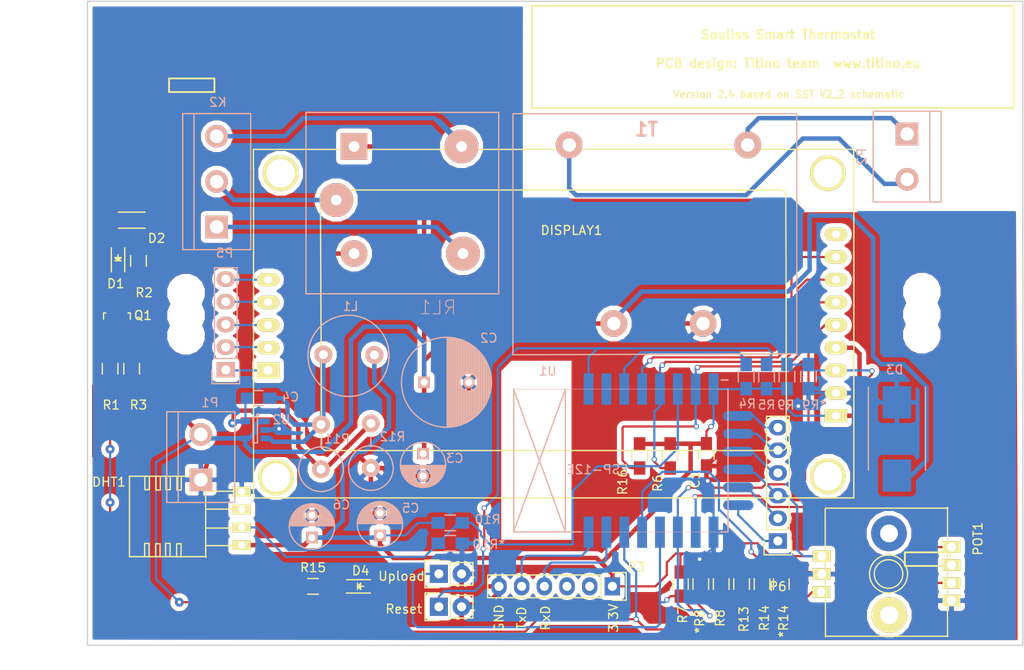
<source format=kicad_pcb>
(kicad_pcb (version 4) (host pcbnew 4.0.4-stable)
  (layers (0 F.Cu signal) (31 B.Cu signal) (34 B.Paste user) (35 F.Paste user) (36 B.SilkS user) (37 F.SilkS user) (38 B.Mask user) (39 F.Mask user) (44 Edge.Cuts user))
  (net 0 "")
  (net 1 GND)
  (net 2 /GPIO4)
  (net 3 /GPIO2)
  (net 4 /GPIO15)
  (net 5 /GPIO12)
  (net 6 3V3)
  (net 7 +5V)
  (net 8 "Net-(C4-Pad2)")
  (net 9 "Net-(D1-Pad2)")
  (net 10 "Net-(D1-Pad1)")
  (net 11 "Net-(DISPLAY1-Pad13)")
  (net 12 "Net-(DISPLAY1-Pad12)")
  (net 13 "Net-(DISPLAY1-Pad11)")
  (net 14 "Net-(DISPLAY1-Pad10)")
  (net 15 /GPIO13)
  (net 16 /GPIO14)
  (net 17 /GPIO16)
  (net 18 "Net-(K2-Pad1)")
  (net 19 "Net-(K2-Pad2)")
  (net 20 "Net-(K2-Pad3)")
  (net 21 "Net-(P2-Pad1)")
  (net 22 /GPIO5)
  (net 23 /GPIO0)
  (net 24 "Net-(Q1-Pad1)")
  (net 25 /CH_PD)
  (net 26 /RESET)
  (net 27 /TXD)
  (net 28 "Net-(C4-Pad1)")
  (net 29 "Net-(P2-Pad2)")
  (net 30 "Net-(DISPLAY1-Pad14)")
  (net 31 /RXD)
  (net 32 /GPIO10)
  (net 33 "Net-(D4-Pad1)")
  (net 34 "Net-(DHT1-Pad3)")
  (net 35 "Net-(DISPLAY1-Pad9)")
  (net 36 "Net-(P3-Pad2)")
  (net 37 "Net-(P3-Pad3)")
  (net 38 "Net-(POT1-Pad3)")
  (net 39 "Net-(U1-Pad2)")
  (net 40 "Net-(P6-Pad6)")
  (net 41 "Net-(P6-Pad5)")
  (net 42 "Net-(P6-Pad4)")
  (net 43 "Net-(P6-Pad2)")
  (net 44 "Net-(P6-Pad1)")
  (module ESP8266:Encoder_potentiometer (layer F.Cu) (at 210.058 113.03 270)
    (fp_text reference POT1 (at -3.937 -2.9718 450) (layer F.SilkS))
    (fp_text value EC12PL hide)
    (pad A1 thru_hole circle (at 4.6101 6.9469 270) (size 4 4) (drill 2) (layers *.Cu *.Mask F.SilkS))
    (pad A thru_hole rect (at -1.9812 14.5161) (size 2 1.3) (drill 1) (layers *.Cu *.Mask F.SilkS) (net 32 /GPIO10))
    (pad C thru_hole rect (at 0.0254 14.5161) (size 2 1.3) (drill 1) (layers *.Cu *.Mask F.SilkS) (net 1 GND))
    (pad B thru_hole rect (at 2.032 14.5669) (size 2 1.3) (drill 1) (layers *.Cu *.Mask F.SilkS) (net 2 /GPIO4))
    (pad 1 thru_hole rect (at 2.9972 -0.0127) (size 2 1.3) (drill 1) (layers *.Cu *.Mask F.SilkS) (net 1 GND))
    (pad 2 thru_hole rect (at 1.016 -0.0127) (size 2 1.3) (drill 1) (layers *.Cu *.Mask F.SilkS) (net 22 /GPIO5))
    (pad 3 thru_hole rect (at -0.9906 -0.0127) (size 2 1.3) (drill 1) (layers *.Cu *.Mask F.SilkS) (net 38 "Net-(POT1-Pad3)"))
    (pad 4 thru_hole rect (at -2.9972 -0.0127) (size 2 1.3) (drill 1) (layers *.Cu *.Mask F.SilkS) (net 23 /GPIO0))
    (pad A1 thru_hole circle (at -4.5339 6.985 270) (size 4 4) (drill 2) (layers *.Cu *.Mask))
  )
  (module Mounting_Holes:MountingHole_3.2mm_M3 (layer F.Cu) (at 124.333 81.534)
    (fp_text reference REF** hide)
    (fp_text value MountingHole_3.2mm_M3 hide)
    (pad 1 np_thru_hole circle (at 0 0) (size 3.2 3.2) (drill 3.2) (layers *.Cu *.Mask))
  )
  (module Mounting_Holes:MountingHole_3.2mm_M3 (layer F.Cu) (at 124.333 86.36)
    (fp_text reference REF** hide)
    (fp_text value MountingHole_3.2mm_M3 hide)
    (pad 1 np_thru_hole circle (at 0 0) (size 3.2 3.2) (drill 3.2) (layers *.Cu *.Mask))
  )
  (module Mounting_Holes:MountingHole_3.2mm_M3 (layer F.Cu) (at 124.333 84.074)
    (fp_text reference REF** hide)
    (fp_text value MountingHole_3.2mm_M3 hide)
    (pad 1 np_thru_hole circle (at 0 0) (size 3.2 3.2) (drill 3.2) (layers *.Cu *.Mask))
  )
  (module Mounting_Holes:MountingHole_3.2mm_M3 (layer F.Cu) (at 206.756 83.947)
    (fp_text reference REF** hide)
    (fp_text value MountingHole_3.2mm_M3 hide)
    (pad 1 np_thru_hole circle (at 0 0) (size 3.2 3.2) (drill 3.2) (layers *.Cu *.Mask))
  )
  (module Mounting_Holes:MountingHole_3.2mm_M3 (layer F.Cu) (at 206.756 86.233)
    (fp_text reference REF** hide)
    (fp_text value MountingHole_3.2mm_M3 hide)
    (pad 1 np_thru_hole circle (at 0 0) (size 3.2 3.2) (drill 3.2) (layers *.Cu *.Mask))
  )
  (module ESP8266:ESP-12E (layer B.Cu) (at 169.418 93.345 270)
    (fp_text reference U1 (at -3.048 4.572 360) (layer B.SilkS) (effects (justify mirror)))
    (fp_text value ESP-12E (at 8 -1 360) (layer B.SilkS) (effects (justify mirror)))
    (pad 1 smd rect (at -1.016 0 270) (size 3.5 1.1) (layers B.Cu B.Paste B.Mask) (net 26 /RESET))
    (pad 2 smd rect (at -1.016 -2 270) (size 3.5 1.1) (layers B.Cu B.Paste B.Mask) (net 39 "Net-(U1-Pad2)"))
    (pad 3 smd rect (at -1.016 -4 270) (size 3.5 1.1) (layers B.Cu B.Paste B.Mask) (net 25 /CH_PD))
    (pad 4 smd rect (at -1.016 -6 270) (size 3.5 1.1) (layers B.Cu B.Paste B.Mask) (net 17 /GPIO16))
    (pad 5 smd rect (at -1.016 -8 270) (size 3.5 1.1) (layers B.Cu B.Paste B.Mask) (net 16 /GPIO14))
    (pad 6 smd rect (at -1.016 -10 270) (size 3.5 1.1) (layers B.Cu B.Paste B.Mask) (net 5 /GPIO12))
    (pad 7 smd rect (at -1.016 -12 270) (size 3.5 1.1) (layers B.Cu B.Paste B.Mask) (net 15 /GPIO13))
    (pad 8 smd rect (at -1.016 -14 270) (size 3.5 1.1) (layers B.Cu B.Paste B.Mask) (net 6 3V3))
    (pad 9 smd oval (at 1.99 -16.766 180) (size 3.4 1.1) (layers B.Cu B.Paste B.Mask) (net 40 "Net-(P6-Pad6)"))
    (pad 10 smd oval (at 3.99 -16.766 180) (size 3.4 1.1) (layers B.Cu B.Paste B.Mask) (net 41 "Net-(P6-Pad5)"))
    (pad 11 smd oval (at 5.99 -16.766 180) (size 3.4 1.1) (layers B.Cu B.Paste B.Mask) (net 42 "Net-(P6-Pad4)"))
    (pad 12 smd oval (at 7.99 -16.766 180) (size 3.4 1.1) (layers B.Cu B.Paste B.Mask) (net 32 /GPIO10))
    (pad 13 smd oval (at 9.99 -16.766 180) (size 3.4 1.1) (layers B.Cu B.Paste B.Mask) (net 43 "Net-(P6-Pad2)"))
    (pad 14 smd oval (at 11.99 -16.766 180) (size 3.4 1.1) (layers B.Cu B.Paste B.Mask) (net 44 "Net-(P6-Pad1)"))
    (pad 15 smd rect (at 15.016 -14 270) (size 3.5 1.1) (layers B.Cu B.Paste B.Mask) (net 1 GND))
    (pad 16 smd rect (at 15.016 -12 270) (size 3.5 1.1) (layers B.Cu B.Paste B.Mask) (net 4 /GPIO15))
    (pad 17 smd rect (at 15.016 -10 270) (size 3.5 1.1) (layers B.Cu B.Paste B.Mask) (net 3 /GPIO2))
    (pad 18 smd rect (at 15.016 -8 270) (size 3.5 1.1) (layers B.Cu B.Paste B.Mask) (net 23 /GPIO0))
    (pad 19 smd rect (at 15.016 -6 270) (size 3.5 1.1) (layers B.Cu B.Paste B.Mask) (net 2 /GPIO4))
    (pad 20 smd rect (at 15.016 -4 270) (size 3.5 1.1) (layers B.Cu B.Paste B.Mask) (net 22 /GPIO5))
    (pad 21 smd rect (at 15.016 -2 270) (size 3.5 1.1) (layers B.Cu B.Paste B.Mask) (net 31 /RXD))
    (pad 22 smd rect (at 15.016 0 270) (size 3.5 1.1) (layers B.Cu B.Paste B.Mask) (net 27 /TXD))
  )
  (module Choke_Radial_ThroughHole:Choke_Radial_31mm_2.4mm-Drills_CD_Bobin_Type_No1422455 (layer B.Cu) (at 142.621 88.392 180)
    (fp_text reference L1 (at -0.127 5.334 180) (layer B.SilkS) (effects (justify mirror)))
    (fp_text value "INDUCTOR Murata 1422514C 2.2mH" hide)
    (pad 1 thru_hole circle (at 2.9083 -0.0762 180) (size 2 2) (drill 1) (layers *.Cu *.Mask B.SilkS) (net 28 "Net-(C4-Pad1)"))
    (pad 2 thru_hole circle (at -2.8067 -0.1143 180) (size 2 2) (drill 1) (layers *.Cu *.Mask B.SilkS) (net 6 3V3))
  )
  (module ESP8266:Relay_1RT (layer B.Cu) (at 165.354 65.151)
    (fp_text reference RL1 (at -12.827 18.034) (layer B.SilkS) (effects (font (size 1.54 1.54) (thickness 0.1)) (justify mirror)))
    (fp_text value RELAY_1RT hide)
    (pad 5 thru_hole circle (at -10 12) (size 3.81 3.81) (drill 1.2) (layers *.Cu *.Mask B.SilkS) (net 18 "Net-(K2-Pad1)"))
    (pad 1 thru_hole rect (at -22.2 0) (size 3 3) (drill 1.2) (layers *.Cu *.Mask B.SilkS) (net 7 +5V))
    (pad 4 thru_hole circle (at -10.16 0) (size 3.81 3.81) (drill 1.2) (layers *.Cu *.Mask B.SilkS) (net 20 "Net-(K2-Pad3)"))
    (pad 2 thru_hole circle (at -22.2 12) (size 3 3) (drill 1.2) (layers *.Cu *.Mask B.SilkS) (net 9 "Net-(D1-Pad2)"))
    (pad 3 thru_hole circle (at -24.2 6) (size 3.81 3.81) (drill 1.2) (layers *.Cu *.Mask B.SilkS) (net 19 "Net-(K2-Pad2)"))
  )
  (module Resistors_SMD:R_0805_HandSoldering (layer F.Cu) (at 181.991 114.173 90)
    (fp_text reference *R8 (at -4.191 -0.127 270) (layer F.SilkS))
    (fp_text value 2.2k hide)
    (pad 1 smd rect (at -1.35 0 90) (size 1.5 1.3) (layers F.Cu F.Paste F.Mask) (net 3 /GPIO2))
    (pad 2 smd rect (at 1.35 0 90) (size 1.5 1.3) (layers F.Cu F.Paste F.Mask) (net 1 GND))
  )
  (module Resistors_SMD:R_0805_HandSoldering (layer B.Cu) (at 194.056 90.932 270)
    (fp_text reference *R9 (at 3.175 -0.635 360) (layer B.SilkS) (effects (justify mirror)))
    (fp_text value 47k hide)
    (pad 1 smd rect (at -1.35 0 270) (size 1.5 1.3) (layers B.Cu B.Paste B.Mask) (net 4 /GPIO15))
    (pad 2 smd rect (at 1.35 0 270) (size 1.5 1.3) (layers B.Cu B.Paste B.Mask) (net 1 GND))
  )
  (module Resistors_SMD:R_0805_HandSoldering (layer B.Cu) (at 153.924 109.601)
    (fp_text reference *R10 (at 4.318 0.127) (layer B.SilkS) (effects (justify mirror)))
    (fp_text value 10k hide)
    (pad 1 smd rect (at -1.35 0) (size 1.5 1.3) (layers B.Cu B.Paste B.Mask) (net 5 /GPIO12))
    (pad 2 smd rect (at 1.35 0) (size 1.5 1.3) (layers B.Cu B.Paste B.Mask) (net 1 GND))
  )
  (module Capacitors_SMD:C_0805_HandSoldering (layer F.Cu) (at 182.626 99.695 270)
    (fp_text reference C1 (at 2.794 1.27 270) (layer F.SilkS))
    (fp_text value 100n hide)
    (pad 1 smd rect (at -1.25 0 270) (size 1.5 1.25) (layers F.Cu F.Paste F.Mask) (net 6 3V3))
    (pad 2 smd rect (at 1.25 0 270) (size 1.5 1.25) (layers F.Cu F.Paste F.Mask) (net 1 GND))
  )
  (module Capacitors_SMD:C_0805_HandSoldering (layer B.Cu) (at 132.461 93.345 180)
    (fp_text reference C4 (at -3.556 0.127 180) (layer B.SilkS) (effects (justify mirror)))
    (fp_text value 22p hide)
    (pad 1 smd rect (at -1.25 0 180) (size 1.5 1.25) (layers B.Cu B.Paste B.Mask) (net 28 "Net-(C4-Pad1)"))
    (pad 2 smd rect (at 1.25 0 180) (size 1.5 1.25) (layers B.Cu B.Paste B.Mask) (net 8 "Net-(C4-Pad2)"))
  )
  (module LEDs:LED_0805 (layer F.Cu) (at 116.713 77.597 90)
    (fp_text reference D1 (at -2.921 -0.254 180) (layer F.SilkS))
    (fp_text value LED hide)
    (pad 2 smd rect (at 1.04902 0 270) (size 1.19888 1.19888) (layers F.Cu F.Paste F.Mask) (net 9 "Net-(D1-Pad2)"))
    (pad 1 smd rect (at -1.04902 0 270) (size 1.19888 1.19888) (layers F.Cu F.Paste F.Mask) (net 10 "Net-(D1-Pad1)"))
  )
  (module Diodes_SMD:SOD-123 (layer F.Cu) (at 118.745 73.406)
    (fp_text reference D2 (at 2.286 2.032) (layer F.SilkS))
    (fp_text value 1N5819 hide)
    (pad 1 smd rect (at -1.635 0) (size 0.91 1.22) (layers F.Cu F.Paste F.Mask) (net 9 "Net-(D1-Pad2)"))
    (pad 2 smd rect (at 1.635 0) (size 0.91 1.22) (layers F.Cu F.Paste F.Mask) (net 7 +5V))
  )
  (module Diodes_SMD:DO-214AB_Handsoldering (layer B.Cu) (at 203.962 97.917 270)
    (fp_text reference D3 (at -7.747 0.254 540) (layer B.SilkS) (effects (justify mirror)))
    (fp_text value SMBJ6.0A hide)
    (pad 2 smd rect (at 4.1 0 270) (size 3.6 3.2) (layers B.Cu B.Paste B.Mask) (net 7 +5V))
    (pad 1 smd rect (at -4.1 0 270) (size 3.6 3.2) (layers B.Cu B.Paste B.Mask) (net 1 GND))
  )
  (module ESP8266:DHT22 (layer F.Cu) (at 130.556 106.807 270)
    (fp_text reference DHT1 (at -4.064 14.859 540) (layer F.SilkS))
    (fp_text value DHT22 hide)
    (pad 1 thru_hole rect (at 2.9972 -0.0127) (size 2 1.1) (drill 0.8) (layers *.Cu *.Mask F.SilkS) (net 6 3V3))
    (pad 2 thru_hole rect (at 1.016 -0.0127) (size 2 1.1) (drill 0.8) (layers *.Cu *.Mask F.SilkS) (net 5 /GPIO12))
    (pad 3 thru_hole rect (at -0.9906 -0.0127) (size 2 1.1) (drill 0.8) (layers *.Cu *.Mask F.SilkS) (net 34 "Net-(DHT1-Pad3)"))
    (pad 4 thru_hole rect (at -2.9972 -0.0127) (size 2 1.1) (drill 0.8) (layers *.Cu *.Mask F.SilkS) (net 1 GND))
  )
  (module ESP8266:ILI9341 (layer F.Cu) (at 138.938 120.65)
    (fp_text reference DISPLAY1 (at 28.575 -46.101) (layer F.SilkS))
    (fp_text value ILI9341 hide)
    (pad 14 thru_hole oval (at -5.41274 -40.57142 270) (size 1.5 2.5) (drill 0.9) (layers *.Cu *.Mask F.SilkS) (net 30 "Net-(DISPLAY1-Pad14)"))
    (pad 13 thru_hole oval (at -5.41274 -38.03142 270) (size 1.5 2.5) (drill 0.9) (layers *.Cu *.Mask F.SilkS) (net 11 "Net-(DISPLAY1-Pad13)"))
    (pad 12 thru_hole oval (at -5.41274 -35.49142 270) (size 1.5 2.5) (drill 0.9) (layers *.Cu *.Mask F.SilkS) (net 12 "Net-(DISPLAY1-Pad12)"))
    (pad 11 thru_hole oval (at -5.41274 -32.95142 270) (size 1.5 2.5) (drill 0.9) (layers *.Cu *.Mask F.SilkS) (net 13 "Net-(DISPLAY1-Pad11)"))
    (pad 10 thru_hole rect (at -5.41274 -30.41142 90) (size 1.8 2.5) (drill 1) (layers *.Cu *.Mask F.SilkS) (net 14 "Net-(DISPLAY1-Pad10)"))
    (pad 1 thru_hole rect (at 58.1914 -25.3365 270) (size 1.5 2.5) (drill 0.9) (layers *.Cu *.Mask F.SilkS) (net 6 3V3))
    (pad 2 thru_hole oval (at 58.1914 -27.8765 270) (size 1.5 2.5) (drill 0.9) (layers *.Cu *.Mask F.SilkS) (net 1 GND))
    (pad 3 thru_hole oval (at 58.1914 -30.4165 270) (size 1.5 2.5) (drill 0.9) (layers *.Cu *.Mask F.SilkS) (net 4 /GPIO15))
    (pad 4 thru_hole oval (at 58.1914 -32.9565 270) (size 1.5 2.5) (drill 0.9) (layers *.Cu *.Mask F.SilkS) (net 6 3V3))
    (pad 5 thru_hole oval (at 58.1914 -35.4965 270) (size 1.5 2.5) (drill 0.9) (layers *.Cu *.Mask F.SilkS) (net 3 /GPIO2))
    (pad 6 thru_hole oval (at 58.1914 -38.0365 270) (size 1.5 2.5) (drill 0.9) (layers *.Cu *.Mask F.SilkS) (net 15 /GPIO13))
    (pad 7 thru_hole oval (at 58.1914 -40.5765 270) (size 1.5 2.5) (drill 0.9) (layers *.Cu *.Mask F.SilkS) (net 16 /GPIO14))
    (pad 8 thru_hole oval (at 58.1914 -43.1165 270) (size 1.5 2.5) (drill 0.9) (layers *.Cu *.Mask F.SilkS) (net 17 /GPIO16))
    (pad 9 thru_hole oval (at 58.1914 -45.6565 270) (size 1.5 2.5) (drill 0.9) (layers *.Cu *.Mask F.SilkS) (net 35 "Net-(DISPLAY1-Pad9)"))
    (pad 0 thru_hole circle (at -4.52 -18.415) (size 4 4) (drill 3.2) (layers *.Cu *.Mask F.SilkS))
    (pad 0 thru_hole circle (at 57.2885 -18.542) (size 4 4) (drill 3.2) (layers *.Cu *.Mask F.SilkS))
    (pad 0 thru_hole circle (at -4.012 -52.494) (size 4 4) (drill 3.2) (layers *.Cu *.Mask F.SilkS))
    (pad 0 thru_hole circle (at 57.2885 -52.494) (size 4 4) (drill 3.2) (layers *.Cu *.Mask F.SilkS))
  )
  (module Connect:bornier3 (layer B.Cu) (at 127.762 69.088 90)
    (fp_text reference K2 (at 8.89 0.127 180) (layer B.SilkS) (effects (justify mirror)))
    (fp_text value CONN_3 hide)
    (pad 1 thru_hole rect (at -5.08 0 90) (size 2.54 2.54) (drill 1.524) (layers *.Cu *.Mask B.SilkS) (net 18 "Net-(K2-Pad1)"))
    (pad 2 thru_hole circle (at 0 0 90) (size 2.54 2.54) (drill 1.524) (layers *.Cu *.Mask B.SilkS) (net 19 "Net-(K2-Pad2)"))
    (pad 3 thru_hole circle (at 5.08 0 90) (size 2.54 2.54) (drill 1.524) (layers *.Cu *.Mask B.SilkS) (net 20 "Net-(K2-Pad3)"))
  )
  (module Connect:bornier2 (layer B.Cu) (at 125.984 99.949 90)
    (fp_text reference P1 (at 6.096 1.016 180) (layer B.SilkS) (effects (justify mirror)))
    (fp_text value CONN_2 hide)
    (pad 1 thru_hole rect (at -2.54 0 90) (size 2.54 2.54) (drill 1.524) (layers *.Cu *.Mask B.SilkS) (net 1 GND))
    (pad 2 thru_hole circle (at 2.54 0 90) (size 2.54 2.54) (drill 1.524) (layers *.Cu *.Mask B.SilkS) (net 7 +5V))
  )
  (module Connect:bornier2 (layer B.Cu) (at 205.105 66.294 270)
    (fp_text reference P2 (at 0 5.08 270) (layer B.SilkS) (effects (justify mirror)))
    (fp_text value CONN_2 hide)
    (pad 1 thru_hole rect (at -2.54 0 270) (size 2.54 2.54) (drill 1.524) (layers *.Cu *.Mask B.SilkS) (net 21 "Net-(P2-Pad1)"))
    (pad 2 thru_hole circle (at 2.54 0 270) (size 2.54 2.54) (drill 1.524) (layers *.Cu *.Mask B.SilkS) (net 29 "Net-(P2-Pad2)"))
  )
  (module Pin_Headers:Pin_Header_Straight_1x05 (layer B.Cu) (at 128.778 90.17)
    (fp_text reference P5 (at -0.127 -13.081) (layer B.SilkS) (effects (justify mirror)))
    (fp_text value CONN_5 hide)
    (pad 1 thru_hole rect (at 0 0) (size 2.032 1.7272) (drill 1.016) (layers *.Cu *.Mask B.SilkS) (net 14 "Net-(DISPLAY1-Pad10)"))
    (pad 2 thru_hole oval (at 0 -2.54) (size 2.032 1.7272) (drill 1.016) (layers *.Cu *.Mask B.SilkS) (net 13 "Net-(DISPLAY1-Pad11)"))
    (pad 3 thru_hole oval (at 0 -5.08) (size 2.032 1.7272) (drill 1.016) (layers *.Cu *.Mask B.SilkS) (net 12 "Net-(DISPLAY1-Pad12)"))
    (pad 4 thru_hole oval (at 0 -7.62) (size 2.032 1.7272) (drill 1.016) (layers *.Cu *.Mask B.SilkS) (net 11 "Net-(DISPLAY1-Pad13)"))
    (pad 5 thru_hole oval (at 0 -10.16) (size 2.032 1.7272) (drill 1.016) (layers *.Cu *.Mask B.SilkS) (net 30 "Net-(DISPLAY1-Pad14)"))
  )
  (module TO_SOT_Packages_SMD:SOT-23 (layer F.Cu) (at 116.586 84.455)
    (fp_text reference Q1 (at 2.921 -0.381) (layer F.SilkS))
    (fp_text value BC818-40 hide)
    (pad 1 smd rect (at -0.95 1.00076) (size 0.8001 0.8001) (layers F.Cu F.Paste F.Mask) (net 24 "Net-(Q1-Pad1)"))
    (pad 2 smd rect (at 0.95 1.00076) (size 0.8001 0.8001) (layers F.Cu F.Paste F.Mask) (net 1 GND))
    (pad 3 smd rect (at 0 -0.99822) (size 0.8001 0.8001) (layers F.Cu F.Paste F.Mask) (net 9 "Net-(D1-Pad2)"))
  )
  (module Resistors_SMD:R_0805_HandSoldering (layer F.Cu) (at 118.237 90.043 90)
    (fp_text reference R1 (at -4.064 -2.286 180) (layer F.SilkS))
    (fp_text value 1k hide)
    (pad 1 smd rect (at -1.35 0 90) (size 1.5 1.3) (layers F.Cu F.Paste F.Mask) (net 22 /GPIO5))
    (pad 2 smd rect (at 1.35 0 90) (size 1.5 1.3) (layers F.Cu F.Paste F.Mask) (net 24 "Net-(Q1-Pad1)"))
  )
  (module Resistors_SMD:R_0805_HandSoldering (layer F.Cu) (at 118.999 77.978 90)
    (fp_text reference R2 (at -3.556 0.635 180) (layer F.SilkS))
    (fp_text value 2.2k hide)
    (pad 1 smd rect (at -1.35 0 90) (size 1.5 1.3) (layers F.Cu F.Paste F.Mask) (net 10 "Net-(D1-Pad1)"))
    (pad 2 smd rect (at 1.35 0 90) (size 1.5 1.3) (layers F.Cu F.Paste F.Mask) (net 7 +5V))
  )
  (module Resistors_SMD:R_0805_HandSoldering (layer F.Cu) (at 115.824 90.043 270)
    (fp_text reference R3 (at 4.064 -3.175 360) (layer F.SilkS))
    (fp_text value 10k hide)
    (pad 1 smd rect (at -1.35 0 270) (size 1.5 1.3) (layers F.Cu F.Paste F.Mask) (net 24 "Net-(Q1-Pad1)"))
    (pad 2 smd rect (at 1.35 0 270) (size 1.5 1.3) (layers F.Cu F.Paste F.Mask) (net 1 GND))
  )
  (module Resistors_SMD:R_0805_HandSoldering (layer B.Cu) (at 187.071 90.932 270)
    (fp_text reference R4 (at 3.048 -0.127 360) (layer B.SilkS) (effects (justify mirror)))
    (fp_text value 1k hide)
    (pad 1 smd rect (at -1.35 0 270) (size 1.5 1.3) (layers B.Cu B.Paste B.Mask) (net 25 /CH_PD))
    (pad 2 smd rect (at 1.35 0 270) (size 1.5 1.3) (layers B.Cu B.Paste B.Mask) (net 6 3V3))
  )
  (module Resistors_SMD:R_0805_HandSoldering (layer B.Cu) (at 189.357 90.932 270)
    (fp_text reference R5 (at 3.175 0 360) (layer B.SilkS) (effects (justify mirror)))
    (fp_text value 10k hide)
    (pad 1 smd rect (at -1.35 0 270) (size 1.5 1.3) (layers B.Cu B.Paste B.Mask) (net 26 /RESET))
    (pad 2 smd rect (at 1.35 0 270) (size 1.5 1.3) (layers B.Cu B.Paste B.Mask) (net 6 3V3))
  )
  (module Resistors_SMD:R_0805_HandSoldering (layer F.Cu) (at 179.705 114.173 90)
    (fp_text reference R7 (at -3.429 0.254 270) (layer F.SilkS))
    (fp_text value 2.2k hide)
    (pad 1 smd rect (at -1.35 0 90) (size 1.5 1.3) (layers F.Cu F.Paste F.Mask) (net 23 /GPIO0))
    (pad 2 smd rect (at 1.35 0 90) (size 1.5 1.3) (layers F.Cu F.Paste F.Mask) (net 6 3V3))
  )
  (module Resistors_SMD:R_0805_HandSoldering (layer F.Cu) (at 184.277 114.173 90)
    (fp_text reference R8 (at -3.81 -0.127 270) (layer F.SilkS))
    (fp_text value 2.2k hide)
    (pad 1 smd rect (at -1.35 0 90) (size 1.5 1.3) (layers F.Cu F.Paste F.Mask) (net 3 /GPIO2))
    (pad 2 smd rect (at 1.35 0 90) (size 1.5 1.3) (layers F.Cu F.Paste F.Mask) (net 6 3V3))
  )
  (module Resistors_SMD:R_0805_HandSoldering (layer B.Cu) (at 191.643 90.932 270)
    (fp_text reference R9 (at 3.175 0.127 360) (layer B.SilkS) (effects (justify mirror)))
    (fp_text value 47k hide)
    (pad 1 smd rect (at -1.35 0 270) (size 1.5 1.3) (layers B.Cu B.Paste B.Mask) (net 4 /GPIO15))
    (pad 2 smd rect (at 1.35 0 270) (size 1.5 1.3) (layers B.Cu B.Paste B.Mask) (net 6 3V3))
  )
  (module Resistors_SMD:R_0805_HandSoldering (layer B.Cu) (at 153.924 107.315 180)
    (fp_text reference R10 (at -4.191 0.381 180) (layer B.SilkS) (effects (justify mirror)))
    (fp_text value 10k hide)
    (pad 1 smd rect (at -1.35 0 180) (size 1.5 1.3) (layers B.Cu B.Paste B.Mask) (net 5 /GPIO12))
    (pad 2 smd rect (at 1.35 0 180) (size 1.5 1.3) (layers B.Cu B.Paste B.Mask) (net 6 3V3))
  )
  (module Resistors_ThroughHole:Resistor_Vertical_RM5mm (layer B.Cu) (at 139.446 98.806 90)
    (fp_text reference R11 (at 0.889 1.778 180) (layer B.SilkS) (effects (justify mirror)))
    (fp_text value "4.99k 1%" hide)
    (pad 1 thru_hole circle (at -2.49936 0 90) (size 1.99898 1.99898) (drill 1.00076) (layers *.Cu *.SilkS *.Mask) (net 8 "Net-(C4-Pad2)"))
    (pad 2 thru_hole circle (at 2.5019 0 90) (size 1.99898 1.99898) (drill 1.00076) (layers *.Cu *.SilkS *.Mask) (net 28 "Net-(C4-Pad1)"))
  )
  (module Resistors_ThroughHole:Resistor_Vertical_RM5mm (layer B.Cu) (at 145.034 98.679 90)
    (fp_text reference R12 (at 1.016 2.413 180) (layer B.SilkS) (effects (justify mirror)))
    (fp_text value "1.1k 1%" hide)
    (pad 1 thru_hole circle (at -2.49936 0 90) (size 1.99898 1.99898) (drill 1.00076) (layers *.Cu *.SilkS *.Mask) (net 1 GND))
    (pad 2 thru_hole circle (at 2.5019 0 90) (size 1.99898 1.99898) (drill 1.00076) (layers *.Cu *.SilkS *.Mask) (net 8 "Net-(C4-Pad2)"))
  )
  (module TO_SOT_Packages_SMD:SOT-23-5 (layer B.Cu) (at 132.08 96.901 180)
    (fp_text reference U2 (at -2.921 1.143 180) (layer B.SilkS) (effects (justify mirror)))
    (fp_text value SY8009A hide)
    (pad 1 smd rect (at -1.1 0.95 180) (size 1.06 0.65) (layers B.Cu B.Paste B.Mask) (net 7 +5V))
    (pad 2 smd rect (at -1.1 0 180) (size 1.06 0.65) (layers B.Cu B.Paste B.Mask) (net 1 GND))
    (pad 3 smd rect (at -1.1 -0.95 180) (size 1.06 0.65) (layers B.Cu B.Paste B.Mask) (net 28 "Net-(C4-Pad1)"))
    (pad 4 smd rect (at 1.1 -0.95 180) (size 1.06 0.65) (layers B.Cu B.Paste B.Mask) (net 7 +5V))
    (pad 5 smd rect (at 1.1 0.95 180) (size 1.06 0.65) (layers B.Cu B.Paste B.Mask) (net 8 "Net-(C4-Pad2)"))
  )
  (module ESP8266:VTX-214-005-105 (layer B.Cu) (at 179.197 81.534 180)
    (fp_text reference T1 (at 3.302 18.288 180) (layer B.SilkS) (effects (font (size 1.5 1.5) (thickness 0.3)) (justify mirror)))
    (fp_text value VTX-214-005-105 hide)
    (pad 3 thru_hole circle (at -3.05 -3.45 180) (size 3 3) (drill 1.5) (layers *.Cu *.Mask B.SilkS) (net 1 GND))
    (pad 4 thru_hole circle (at 6.95 -3.45 180) (size 3 3) (drill 1.5) (layers *.Cu *.Mask B.SilkS) (net 7 +5V))
    (pad 2 thru_hole circle (at -8.05 16.55 180) (size 3 3) (drill 1.5) (layers *.Cu *.Mask B.SilkS) (net 21 "Net-(P2-Pad1)"))
    (pad 1 thru_hole circle (at 11.95 16.55 180) (size 3 3) (drill 1.5) (layers *.Cu *.Mask B.SilkS) (net 29 "Net-(P2-Pad2)"))
  )
  (module Capacitors_ThroughHole:C_Radial_D10_L21_P5 (layer B.Cu) (at 151.003 91.567)
    (fp_text reference C2 (at 7.239 -4.953) (layer B.SilkS) (effects (justify mirror)))
    (fp_text value "470u 10V" hide)
    (pad 1 thru_hole rect (at 0 0) (size 1.3 1.3) (drill 0.8) (layers *.Cu *.Mask B.SilkS) (net 7 +5V))
    (pad 2 thru_hole circle (at 5 0) (size 1.3 1.3) (drill 0.8) (layers *.Cu *.Mask B.SilkS) (net 1 GND))
  )
  (module Capacitors_ThroughHole:C_Radial_D5_L11_P2.5 (layer B.Cu) (at 150.876 99.568 270)
    (fp_text reference C3 (at 0.508 -3.556 360) (layer B.SilkS) (effects (justify mirror)))
    (fp_text value "22u 16V" hide)
    (pad 1 thru_hole rect (at 0 0 270) (size 1.3 1.3) (drill 0.8) (layers *.Cu *.Mask B.SilkS) (net 7 +5V))
    (pad 2 thru_hole circle (at 2.5 0 270) (size 1.3 1.3) (drill 0.8) (layers *.Cu *.Mask B.SilkS) (net 1 GND))
  )
  (module Capacitors_ThroughHole:C_Radial_D5_L11_P2.5 (layer B.Cu) (at 146.05 108.712 90)
    (fp_text reference C5 (at 3.048 3.429 180) (layer B.SilkS) (effects (justify mirror)))
    (fp_text value "22u 6.3V" hide)
    (pad 1 thru_hole rect (at 0 0 90) (size 1.3 1.3) (drill 0.8) (layers *.Cu *.Mask B.SilkS) (net 6 3V3))
    (pad 2 thru_hole circle (at 2.5 0 90) (size 1.3 1.3) (drill 0.8) (layers *.Cu *.Mask B.SilkS) (net 1 GND))
  )
  (module Capacitors_ThroughHole:C_Radial_D5_L11_P2.5 (layer B.Cu) (at 138.43 108.966 90)
    (fp_text reference C6 (at 3.683 3.302 180) (layer B.SilkS) (effects (justify mirror)))
    (fp_text value "22u 6.3V" hide)
    (pad 1 thru_hole rect (at 0 0 90) (size 1.3 1.3) (drill 0.8) (layers *.Cu *.Mask B.SilkS) (net 6 3V3))
    (pad 2 thru_hole circle (at 2.5 0 90) (size 1.3 1.3) (drill 0.8) (layers *.Cu *.Mask B.SilkS) (net 1 GND))
  )
  (module Pin_Headers:Pin_Header_Straight_1x06 (layer F.Cu) (at 172.085 114.427 270)
    (fp_text reference P3 (at -2.159 -2.667 360) (layer F.SilkS))
    (fp_text value CONN_6 hide)
    (pad 1 thru_hole rect (at 0 0 270) (size 2.032 1.7272) (drill 1.016) (layers *.Cu *.Mask) (net 6 3V3))
    (pad 2 thru_hole oval (at 0 2.54 270) (size 2.032 1.7272) (drill 1.016) (layers *.Cu *.Mask) (net 36 "Net-(P3-Pad2)"))
    (pad 3 thru_hole oval (at 0 5.08 270) (size 2.032 1.7272) (drill 1.016) (layers *.Cu *.Mask) (net 37 "Net-(P3-Pad3)"))
    (pad 4 thru_hole oval (at 0 7.62 270) (size 2.032 1.7272) (drill 1.016) (layers *.Cu *.Mask) (net 31 /RXD))
    (pad 5 thru_hole oval (at 0 10.16 270) (size 2.032 1.7272) (drill 1.016) (layers *.Cu *.Mask) (net 27 /TXD))
    (pad 6 thru_hole oval (at 0 12.7 270) (size 2.032 1.7272) (drill 1.016) (layers *.Cu *.Mask) (net 1 GND))
  )
  (module Pin_Headers:Pin_Header_Straight_1x02 (layer F.Cu) (at 152.654 113.03 90)
    (fp_text reference P4 hide)
    (fp_text value CONN_2 hide)
    (pad 1 thru_hole rect (at 0 0 90) (size 2.032 2.032) (drill 1.016) (layers *.Cu *.Mask) (net 23 /GPIO0))
    (pad 2 thru_hole oval (at 0 2.54 90) (size 2.032 2.032) (drill 1.016) (layers *.Cu *.Mask) (net 1 GND))
  )
  (module Resistors_SMD:R_0805_HandSoldering (layer F.Cu) (at 186.563 114.173 270)
    (fp_text reference R13 (at 3.937 -0.254 450) (layer F.SilkS))
    (fp_text value 10k hide)
    (pad 1 smd rect (at -1.35 0 270) (size 1.5 1.3) (layers F.Cu F.Paste F.Mask) (net 32 /GPIO10))
    (pad 2 smd rect (at 1.35 0 270) (size 1.5 1.3) (layers F.Cu F.Paste F.Mask) (net 6 3V3))
  )
  (module Resistors_SMD:R_0805_HandSoldering (layer F.Cu) (at 188.849 114.173 270)
    (fp_text reference R14 (at 3.81 -0.254 450) (layer F.SilkS))
    (fp_text value 10k hide)
    (pad 1 smd rect (at -1.35 0 270) (size 1.5 1.3) (layers F.Cu F.Paste F.Mask) (net 2 /GPIO4))
    (pad 2 smd rect (at 1.35 0 270) (size 1.5 1.3) (layers F.Cu F.Paste F.Mask) (net 6 3V3))
  )
  (module LEDs:LED_0805 (layer F.Cu) (at 143.891 114.427)
    (fp_text reference D4 (at 0 -1.75) (layer F.SilkS))
    (fp_text value LED hide)
    (pad 2 smd rect (at 1.04902 0 180) (size 1.19888 1.19888) (layers F.Cu F.Paste F.Mask) (net 1 GND))
    (pad 1 smd rect (at -1.04902 0 180) (size 1.19888 1.19888) (layers F.Cu F.Paste F.Mask) (net 33 "Net-(D4-Pad1)"))
  )
  (module Resistors_SMD:R_0805_HandSoldering (layer F.Cu) (at 138.557 114.427)
    (fp_text reference R15 (at 0 -2.1) (layer F.SilkS))
    (fp_text value 2.2k hide)
    (pad 1 smd rect (at -1.35 0) (size 1.5 1.3) (layers F.Cu F.Paste F.Mask) (net 7 +5V))
    (pad 2 smd rect (at 1.35 0) (size 1.5 1.3) (layers F.Cu F.Paste F.Mask) (net 33 "Net-(D4-Pad1)"))
  )
  (module Resistors_SMD:R_0805_HandSoldering (layer F.Cu) (at 178.562 99.822 90)
    (fp_text reference R6 (at -3.048 -1.397 90) (layer F.SilkS))
    (fp_text value 10k hide)
    (pad 1 smd rect (at -1.35 0 90) (size 1.5 1.3) (layers F.Cu F.Paste F.Mask) (net 16 /GPIO14))
    (pad 2 smd rect (at 1.35 0 90) (size 1.5 1.3) (layers F.Cu F.Paste F.Mask) (net 6 3V3))
  )
  (module Resistors_SMD:R_0805_HandSoldering (layer F.Cu) (at 175.133 99.822 90)
    (fp_text reference R16 (at -2.921 -1.905 90) (layer F.SilkS))
    (fp_text value 10k hide)
    (pad 1 smd rect (at -1.35 0 90) (size 1.5 1.3) (layers F.Cu F.Paste F.Mask) (net 15 /GPIO13))
    (pad 2 smd rect (at 1.35 0 90) (size 1.5 1.3) (layers F.Cu F.Paste F.Mask) (net 6 3V3))
  )
  (module Pin_Headers:Pin_Header_Straight_1x02 (layer F.Cu) (at 152.654 116.713 90)
    (fp_text reference SW1 hide)
    (fp_text value SW_PUSH hide)
    (pad 1 thru_hole rect (at 0 0 90) (size 2.032 2.032) (drill 1.016) (layers *.Cu *.Mask) (net 26 /RESET))
    (pad 2 thru_hole oval (at 0 2.54 90) (size 2.032 2.032) (drill 1.016) (layers *.Cu *.Mask) (net 1 GND))
  )
  (module Resistors_SMD:R_0805_HandSoldering (layer F.Cu) (at 191.008 114.173 90)
    (fp_text reference *R14 (at -4.191 0.254 90) (layer F.SilkS))
    (fp_text value 2.2k hide)
    (pad 1 smd rect (at -1.35 0 90) (size 1.5 1.3) (layers F.Cu F.Paste F.Mask) (net 2 /GPIO4))
    (pad 2 smd rect (at 1.35 0 90) (size 1.5 1.3) (layers F.Cu F.Paste F.Mask) (net 1 GND))
  )
  (module Mounting_Holes:MountingHole_3.2mm_M3 (layer F.Cu) (at 206.756 81.407)
    (fp_text reference REF** hide)
    (fp_text value MountingHole_3.2mm_M3 hide)
    (pad 1 np_thru_hole circle (at 0 0) (size 3.2 3.2) (drill 3.2) (layers *.Cu *.Mask))
  )
  (module Pin_Headers:Pin_Header_Straight_1x06 (layer F.Cu) (at 190.627 109.347 180)
    (fp_text reference P6 (at 0 -5.1 180) (layer F.SilkS))
    (fp_text value CONN_6 hide)
    (pad 1 thru_hole rect (at 0 0 180) (size 2.032 1.7272) (drill 1.016) (layers *.Cu *.Mask) (net 44 "Net-(P6-Pad1)"))
    (pad 2 thru_hole oval (at 0 2.54 180) (size 2.032 1.7272) (drill 1.016) (layers *.Cu *.Mask) (net 43 "Net-(P6-Pad2)"))
    (pad 3 thru_hole oval (at 0 5.08 180) (size 2.032 1.7272) (drill 1.016) (layers *.Cu *.Mask) (net 32 /GPIO10))
    (pad 4 thru_hole oval (at 0 7.62 180) (size 2.032 1.7272) (drill 1.016) (layers *.Cu *.Mask) (net 42 "Net-(P6-Pad4)"))
    (pad 5 thru_hole oval (at 0 10.16 180) (size 2.032 1.7272) (drill 1.016) (layers *.Cu *.Mask) (net 41 "Net-(P6-Pad5)"))
    (pad 6 thru_hole oval (at 0 12.7 180) (size 2.032 1.7272) (drill 1.016) (layers *.Cu *.Mask) (net 40 "Net-(P6-Pad6)"))
  )
  (gr_line (start 215.011 49.403) (end 217.043 49.403) (angle 90) (layer F.SilkS) (width 0.2))
  (gr_line (start 215.138 60.833) (end 217.043 60.833) (angle 90) (layer F.SilkS) (width 0.2))
  (gr_text Upload (at 148.463 113.284) (layer F.SilkS) (effects (font (size 1 1))))
  (gr_text Reset (at 148.717 116.967) (layer F.SilkS) (effects (font (size 1 1))))
  (gr_text 3.3V (at 172.212 117.983 90) (layer F.SilkS) (effects (font (size 1 1))))
  (gr_text RxD (at 164.592 117.983 90) (layer F.SilkS) (effects (font (size 1 1))))
  (gr_text TxD (at 161.925 117.983 90) (layer F.SilkS) (effects (font (size 1 1))))
  (gr_text GND (at 159.385 117.983 90) (layer F.SilkS) (effects (font (size 1 1))))
  (gr_line (start 163.068 49.403) (end 163.068 49.911) (angle 90) (layer F.SilkS) (width 0.2))
  (gr_line (start 215.011 49.403) (end 163.068 49.403) (angle 90) (layer F.SilkS) (width 0.2))
  (gr_line (start 217.043 60.833) (end 217.043 49.403) (angle 90) (layer F.SilkS) (width 0.2))
  (gr_line (start 163.068 60.833) (end 215.011 60.833) (angle 90) (layer F.SilkS) (width 0.2))
  (gr_line (start 163.068 49.53) (end 163.068 60.833) (angle 90) (layer F.SilkS) (width 0.2))
  (gr_text "Version 2.4 based on SST V2_2 schematic " (at 192.151 59.309) (layer F.SilkS) (effects (font (size 0.8 0.8))))
  (gr_text "Souliss Smart Thermostat\n\nPCB design: Titino team  www.titino.eu" (at 191.77 54.229) (layer F.SilkS) (effects (font (size 1 1) (thickness 0.2))))
  (gr_line (start 204.851 112.141) (end 204.851 110.617) (angle 90) (layer F.SilkS) (width 0.2))
  (gr_line (start 209.931 112.141) (end 204.851 112.141) (angle 90) (layer F.SilkS) (width 0.2))
  (gr_line (start 209.931 110.617) (end 209.931 112.141) (angle 90) (layer F.SilkS) (width 0.2))
  (gr_line (start 204.851 110.617) (end 209.931 110.617) (angle 90) (layer F.SilkS) (width 0.2))
  (gr_line (start 122.428 59.055) (end 122.428 57.531) (angle 90) (layer F.SilkS) (width 0.2))
  (gr_line (start 127.508 59.055) (end 122.428 59.055) (angle 90) (layer F.SilkS) (width 0.2))
  (gr_line (start 127.508 57.531) (end 127.508 59.055) (angle 90) (layer F.SilkS) (width 0.2))
  (gr_line (start 122.428 57.531) (end 127.508 57.531) (angle 90) (layer F.SilkS) (width 0.2))
  (gr_line (start 113.284 121.031) (end 113.284 48.895) (angle 90) (layer Edge.Cuts) (width 0.15))
  (gr_line (start 218.059 121.031) (end 113.284 121.031) (angle 90) (layer Edge.Cuts) (width 0.15))
  (gr_line (start 218.059 48.895) (end 218.059 121.031) (angle 90) (layer Edge.Cuts) (width 0.15))
  (gr_line (start 113.284 48.895) (end 218.059 48.895) (angle 90) (layer Edge.Cuts) (width 0.15))
  (segment (start 203.962 93.817) (end 202.021 93.817) (width 0.5) (layer B.Cu) (net 1))
  (segment (start 200.9775 92.7735) (end 197.1294 92.7735) (width 0.5) (layer B.Cu) (net 1))
  (segment (start 202.021 93.817) (end 200.9775 92.7735) (width 0.5) (layer B.Cu) (net 1))
  (segment (start 197.1294 92.7735) (end 196.1515 92.7735) (width 0.5) (layer B.Cu) (net 1))
  (segment (start 196.1515 92.7735) (end 194.691 94.234) (width 0.5) (layer B.Cu) (net 1))
  (segment (start 192.024 95.123) (end 183.388 95.123) (width 0.5) (layer F.Cu) (net 1))
  (segment (start 192.913 94.234) (end 192.024 95.123) (width 0.5) (layer F.Cu) (net 1))
  (via (at 192.913 94.234) (size 1) (drill 0.4) (layers F.Cu B.Cu) (net 1))
  (segment (start 194.691 94.234) (end 192.913 94.234) (width 0.5) (layer B.Cu) (net 1))
  (segment (start 197.1294 92.7735) (end 194.5475 92.7735) (width 0.25) (layer B.Cu) (net 1))
  (segment (start 194.5475 92.7735) (end 194.056 92.282) (width 0.25) (layer B.Cu) (net 1))
  (segment (start 195.58 116.84) (end 196.469 116.84) (width 0.25) (layer B.Cu) (net 1))
  (segment (start 198.374 114.935) (end 199.136 114.935) (width 0.25) (layer B.Cu) (net 1))
  (segment (start 196.469 116.84) (end 198.374 114.935) (width 0.25) (layer B.Cu) (net 1))
  (segment (start 194.437 113.0554) (end 195.5419 113.0554) (width 0.25) (layer B.Cu) (net 1))
  (segment (start 194.437 113.0554) (end 193.8274 113.0554) (width 0.25) (layer B.Cu) (net 1))
  (segment (start 193.8274 113.0554) (end 193.802 113.03) (width 0.25) (layer B.Cu) (net 1))
  (segment (start 195.5419 113.0554) (end 191.2404 113.0554) (width 0.25) (layer F.Cu) (net 1))
  (segment (start 191.2404 113.0554) (end 191.008 112.823) (width 0.25) (layer F.Cu) (net 1))
  (segment (start 191.2404 113.0554) (end 191.008 112.823) (width 0.25) (layer F.Cu) (net 1))
  (segment (start 125.984 102.489) (end 130.302 102.489) (width 0.25) (layer B.Cu) (net 1))
  (segment (start 130.5687 102.7557) (end 130.5687 103.8098) (width 0.25) (layer B.Cu) (net 1))
  (segment (start 130.302 102.489) (end 130.5687 102.7557) (width 0.25) (layer B.Cu) (net 1))
  (segment (start 125.984 102.489) (end 127.127 102.489) (width 0.25) (layer B.Cu) (net 1))
  (segment (start 120.142 86.868) (end 120.142 102.489) (width 0.5) (layer F.Cu) (net 1))
  (segment (start 115.824 91.393) (end 114.601 91.393) (width 0.25) (layer F.Cu) (net 1))
  (segment (start 114.601 91.393) (end 114.046 91.948) (width 0.25) (layer F.Cu) (net 1))
  (segment (start 117.536 85.45576) (end 117.536 85.532) (width 0.5) (layer F.Cu) (net 1))
  (segment (start 117.536 85.532) (end 120.142 86.868) (width 0.5) (layer F.Cu) (net 1))
  (segment (start 114.046 94.742) (end 114.046 99.822) (width 0.5) (layer F.Cu) (net 1))
  (segment (start 114.046 99.822) (end 116.713 102.489) (width 0.5) (layer F.Cu) (net 1))
  (segment (start 116.713 102.489) (end 120.142 102.489) (width 0.5) (layer F.Cu) (net 1))
  (segment (start 114.046 91.948) (end 114.046 94.742) (width 0.5) (layer F.Cu) (net 1))
  (segment (start 120.142 102.489) (end 123.063 102.489) (width 0.5) (layer F.Cu) (net 1))
  (segment (start 123.063 102.489) (end 125.984 102.489) (width 0.5) (layer F.Cu) (net 1))
  (segment (start 125.984 102.489) (end 125.984 101.981) (width 0.25) (layer F.Cu) (net 1))
  (segment (start 125.984 102.489) (end 125.73 102.489) (width 0.25) (layer F.Cu) (net 1))
  (via (at 181.864 111.379) (size 0.6) (drill 0.4) (layers F.Cu B.Cu) (net 1))
  (segment (start 181.864 111.379) (end 181.991 111.506) (width 0.25) (layer F.Cu) (net 1))
  (segment (start 181.991 111.506) (end 181.991 112.823) (width 0.25) (layer F.Cu) (net 1))
  (segment (start 183.418 110.079) (end 181.864 111.379) (width 0.25) (layer B.Cu) (net 1))
  (segment (start 183.418 108.361) (end 183.418 110.079) (width 0.25) (layer B.Cu) (net 1))
  (segment (start 191.008 112.823) (end 194.2935 112.823) (width 0.25) (layer F.Cu) (net 1))
  (segment (start 194.2935 112.823) (end 194.5259 113.0554) (width 0.25) (layer F.Cu) (net 1))
  (segment (start 146.95551 116.44249) (end 147.04949 116.44249) (width 0.5) (layer F.Cu) (net 1))
  (segment (start 155.194 118.618) (end 155.194 116.713) (width 0.5) (layer F.Cu) (net 1))
  (segment (start 155.067 118.745) (end 155.194 118.618) (width 0.5) (layer F.Cu) (net 1))
  (segment (start 149.352 118.745) (end 155.067 118.745) (width 0.5) (layer F.Cu) (net 1))
  (segment (start 147.04949 116.44249) (end 149.352 118.745) (width 0.5) (layer F.Cu) (net 1))
  (segment (start 155.194 113.03) (end 155.194 109.681) (width 0.5) (layer B.Cu) (net 1))
  (segment (start 155.194 109.681) (end 155.274 109.601) (width 0.5) (layer B.Cu) (net 1))
  (segment (start 155.194 116.713) (end 155.194 113.03) (width 0.5) (layer F.Cu) (net 1))
  (segment (start 155.448 116.459) (end 157.988 116.459) (width 0.5) (layer F.Cu) (net 1))
  (segment (start 157.988 116.459) (end 159.385 115.062) (width 0.5) (layer F.Cu) (net 1))
  (segment (start 155.448 116.459) (end 155.194 116.713) (width 0.5) (layer F.Cu) (net 1))
  (segment (start 173.609 88.392) (end 173.609 93.853) (width 0.5) (layer F.Cu) (net 1))
  (segment (start 184.531 99.04) (end 182.626 100.945) (width 0.5) (layer F.Cu) (net 1))
  (segment (start 184.531 95.885) (end 184.531 99.04) (width 0.5) (layer F.Cu) (net 1))
  (segment (start 183.769 95.123) (end 184.531 95.885) (width 0.5) (layer F.Cu) (net 1))
  (segment (start 174.879 95.123) (end 183.388 95.123) (width 0.5) (layer F.Cu) (net 1))
  (segment (start 183.388 95.123) (end 183.769 95.123) (width 0.5) (layer F.Cu) (net 1))
  (segment (start 173.609 93.853) (end 174.879 95.123) (width 0.5) (layer F.Cu) (net 1))
  (segment (start 156.003 91.567) (end 156.003 91.393) (width 0.5) (layer F.Cu) (net 1))
  (segment (start 156.003 91.393) (end 159.004 88.392) (width 0.5) (layer F.Cu) (net 1))
  (segment (start 177.017 84.984) (end 182.247 84.984) (width 0.5) (layer F.Cu) (net 1))
  (segment (start 173.609 88.392) (end 177.017 84.984) (width 0.5) (layer F.Cu) (net 1))
  (segment (start 159.004 88.392) (end 173.609 88.392) (width 0.5) (layer F.Cu) (net 1))
  (segment (start 144.94002 114.427) (end 144.94002 112.93602) (width 0.5) (layer F.Cu) (net 1))
  (segment (start 143.637 108.625) (end 146.05 106.212) (width 0.5) (layer F.Cu) (net 1))
  (segment (start 143.637 111.633) (end 143.637 108.625) (width 0.5) (layer F.Cu) (net 1))
  (segment (start 144.94002 112.93602) (end 143.637 111.633) (width 0.5) (layer F.Cu) (net 1))
  (segment (start 159.385 114.427) (end 159.385 115.062) (width 0.5) (layer F.Cu) (net 1))
  (segment (start 146.97202 116.459) (end 146.95551 116.44249) (width 0.5) (layer F.Cu) (net 1))
  (segment (start 146.95551 116.44249) (end 144.94002 114.427) (width 0.5) (layer F.Cu) (net 1))
  (segment (start 134.747 96.774) (end 134.1755 96.774) (width 0.5) (layer B.Cu) (net 1))
  (segment (start 135.5725 97.5995) (end 134.747 96.774) (width 0.5) (layer F.Cu) (net 1))
  (via (at 134.747 96.774) (size 1) (drill 0.4) (layers F.Cu B.Cu) (net 1))
  (segment (start 135.5725 99.695) (end 135.5725 97.5995) (width 0.5) (layer F.Cu) (net 1))
  (segment (start 134.0485 96.901) (end 133.18 96.901) (width 0.5) (layer B.Cu) (net 1))
  (segment (start 134.1755 96.774) (end 134.0485 96.901) (width 0.5) (layer B.Cu) (net 1))
  (segment (start 133.477 99.695) (end 135.5725 99.695) (width 0.5) (layer F.Cu) (net 1))
  (segment (start 135.5725 99.695) (end 135.6995 99.695) (width 0.5) (layer F.Cu) (net 1))
  (segment (start 135.6995 99.695) (end 137.033 101.0285) (width 0.5) (layer F.Cu) (net 1))
  (segment (start 156.003 91.567) (end 156.003 100.41) (width 0.5) (layer F.Cu) (net 1))
  (segment (start 154.345 102.068) (end 150.876 102.068) (width 0.5) (layer F.Cu) (net 1))
  (segment (start 156.003 100.41) (end 154.345 102.068) (width 0.5) (layer F.Cu) (net 1))
  (segment (start 137.033 105.069) (end 138.43 106.466) (width 0.5) (layer F.Cu) (net 1))
  (segment (start 137.033 101.0285) (end 137.033 105.069) (width 0.5) (layer F.Cu) (net 1))
  (segment (start 137.033 100.838) (end 137.033 101.0285) (width 0.5) (layer F.Cu) (net 1))
  (segment (start 146.05 106.212) (end 138.684 106.212) (width 0.5) (layer F.Cu) (net 1))
  (segment (start 138.684 106.212) (end 138.43 106.466) (width 0.5) (layer F.Cu) (net 1))
  (segment (start 145.034 101.17836) (end 145.034 105.196) (width 0.5) (layer F.Cu) (net 1))
  (segment (start 145.034 105.196) (end 146.05 106.212) (width 0.5) (layer F.Cu) (net 1))
  (segment (start 145.034 101.17836) (end 146.39036 101.17836) (width 0.5) (layer F.Cu) (net 1))
  (segment (start 147.28 102.068) (end 150.876 102.068) (width 0.5) (layer F.Cu) (net 1))
  (segment (start 146.39036 101.17836) (end 147.28 102.068) (width 0.5) (layer F.Cu) (net 1))
  (segment (start 133.731 99.695) (end 133.477 99.695) (width 0.5) (layer F.Cu) (net 1))
  (segment (start 133.477 99.695) (end 127 99.695) (width 0.5) (layer F.Cu) (net 1))
  (segment (start 127 99.695) (end 126.111 102.489) (width 0.5) (layer F.Cu) (net 1))
  (segment (start 126.111 102.489) (end 125.984 102.489) (width 0.5) (layer F.Cu) (net 1))
  (segment (start 194.5259 113.0554) (end 184.5564 113.0554) (width 0.25) (layer B.Cu) (net 1))
  (segment (start 183.418 111.917) (end 183.418 108.361) (width 0.25) (layer B.Cu) (net 1))
  (segment (start 184.5564 113.0554) (end 183.418 111.917) (width 0.25) (layer B.Cu) (net 1))
  (segment (start 210.0707 116.0272) (end 207.3402 116.0272) (width 0.25) (layer B.Cu) (net 1))
  (segment (start 207.3402 116.0272) (end 206.248 114.935) (width 0.25) (layer B.Cu) (net 1))
  (segment (start 206.248 114.935) (end 199.136 114.935) (width 0.25) (layer B.Cu) (net 1))
  (segment (start 192.2526 113.0554) (end 194.5259 113.0554) (width 0.25) (layer B.Cu) (net 1))
  (segment (start 192.024 113.284) (end 192.2526 113.0554) (width 0.25) (layer B.Cu) (net 1))
  (segment (start 192.024 115.697) (end 192.024 113.284) (width 0.25) (layer B.Cu) (net 1))
  (segment (start 193.167 116.84) (end 192.024 115.697) (width 0.25) (layer B.Cu) (net 1))
  (segment (start 195.58 116.84) (end 193.167 116.84) (width 0.25) (layer B.Cu) (net 1))
  (segment (start 182.626 100.945) (end 182.626 102.489) (width 0.25) (layer F.Cu) (net 1))
  (segment (start 183.418 103.281) (end 183.418 108.361) (width 0.25) (layer B.Cu) (net 1))
  (segment (start 182.753 102.616) (end 183.418 103.281) (width 0.25) (layer B.Cu) (net 1))
  (via (at 182.753 102.616) (size 0.6) (drill 0.4) (layers F.Cu B.Cu) (net 1))
  (segment (start 182.626 102.489) (end 182.753 102.616) (width 0.25) (layer F.Cu) (net 1))
  (segment (start 194.45605 115.08105) (end 195.47205 115.08105) (width 0.25) (layer F.Cu) (net 2))
  (segment (start 195.47205 115.08105) (end 195.4911 115.062) (width 0.25) (layer F.Cu) (net 2))
  (segment (start 184.023 105.918) (end 184.15 105.918) (width 0.25) (layer B.Cu) (net 2))
  (segment (start 184.023 102.743) (end 184.023 105.918) (width 0.25) (layer B.Cu) (net 2))
  (segment (start 182.88 101.6) (end 184.023 102.743) (width 0.25) (layer B.Cu) (net 2))
  (segment (start 177.673 101.6) (end 182.88 101.6) (width 0.25) (layer B.Cu) (net 2))
  (segment (start 175.418 103.855) (end 177.673 101.6) (width 0.25) (layer B.Cu) (net 2))
  (segment (start 175.418 108.361) (end 175.418 103.855) (width 0.25) (layer B.Cu) (net 2))
  (segment (start 187.6425 109.4105) (end 187.6425 110.5535) (width 0.25) (layer B.Cu) (net 2))
  (segment (start 184.15 105.918) (end 187.6425 109.4105) (width 0.25) (layer B.Cu) (net 2))
  (via (at 187.6425 110.5535) (size 0.6) (drill 0.4) (layers F.Cu B.Cu) (net 2))
  (segment (start 188.849 111.76) (end 187.6425 110.5535) (width 0.25) (layer F.Cu) (net 2))
  (segment (start 188.849 112.823) (end 188.849 111.76) (width 0.25) (layer F.Cu) (net 2))
  (segment (start 187.6425 110.5535) (end 187.579 110.617) (width 0.25) (layer B.Cu) (net 2))
  (segment (start 191.008 115.523) (end 194.0141 115.523) (width 0.25) (layer F.Cu) (net 2))
  (segment (start 194.0141 115.523) (end 194.45605 115.08105) (width 0.25) (layer F.Cu) (net 2))
  (segment (start 194.45605 115.08105) (end 194.4751 115.062) (width 0.25) (layer F.Cu) (net 2))
  (segment (start 188.849 112.823) (end 188.849 113.364) (width 0.25) (layer F.Cu) (net 2))
  (segment (start 188.849 113.364) (end 191.008 115.523) (width 0.25) (layer F.Cu) (net 2))
  (segment (start 189.437 113.411) (end 188.849 112.823) (width 0.25) (layer F.Cu) (net 2))
  (segment (start 192.659 102.997) (end 193.167 102.997) (width 0.25) (layer F.Cu) (net 3))
  (segment (start 193.929 96.52) (end 193.929 96.647) (width 0.25) (layer F.Cu) (net 3))
  (segment (start 193.675 96.774) (end 193.929 96.52) (width 0.25) (layer F.Cu) (net 3))
  (segment (start 193.675 102.489) (end 193.675 96.774) (width 0.25) (layer F.Cu) (net 3))
  (segment (start 193.167 102.997) (end 193.675 102.489) (width 0.25) (layer F.Cu) (net 3))
  (segment (start 193.929 96.647) (end 194.056 96.52) (width 0.25) (layer F.Cu) (net 3))
  (segment (start 188.214 103.378) (end 188.849 103.378) (width 0.25) (layer F.Cu) (net 3))
  (segment (start 189.23 102.997) (end 192.659 102.997) (width 0.25) (layer F.Cu) (net 3))
  (segment (start 188.849 103.378) (end 189.23 102.997) (width 0.25) (layer F.Cu) (net 3))
  (segment (start 183.007 117.729) (end 181.737 116.459) (width 0.25) (layer F.Cu) (net 3))
  (segment (start 181.737 116.459) (end 181.737 115.777) (width 0.25) (layer F.Cu) (net 3))
  (segment (start 181.737 115.777) (end 181.991 115.523) (width 0.25) (layer F.Cu) (net 3))
  (segment (start 181.991 117.094) (end 182.372 117.094) (width 0.25) (layer B.Cu) (net 3))
  (segment (start 182.372 117.094) (end 183.007 117.729) (width 0.25) (layer B.Cu) (net 3))
  (segment (start 179.418 104.521) (end 179.451 104.521) (width 0.25) (layer B.Cu) (net 3))
  (segment (start 179.451 104.521) (end 180.594 103.378) (width 0.25) (layer B.Cu) (net 3))
  (via (at 180.594 103.378) (size 0.6) (drill 0.4) (layers F.Cu B.Cu) (net 3))
  (segment (start 180.594 103.378) (end 188.214 103.378) (width 0.25) (layer F.Cu) (net 3))
  (segment (start 179.418 108.361) (end 179.418 104.521) (width 0.25) (layer B.Cu) (net 3))
  (segment (start 194.056 86.995) (end 194.056 96.52) (width 0.25) (layer F.Cu) (net 3))
  (segment (start 194.056 86.995) (end 195.58 85.471) (width 0.25) (layer F.Cu) (net 3))
  (segment (start 197.1294 85.1535) (end 195.8975 85.1535) (width 0.25) (layer F.Cu) (net 3))
  (segment (start 195.8975 85.1535) (end 195.58 85.471) (width 0.25) (layer F.Cu) (net 3))
  (segment (start 195.8975 85.1535) (end 195.58 85.471) (width 0.25) (layer F.Cu) (net 3))
  (segment (start 179.418 116.426) (end 179.418 108.361) (width 0.25) (layer B.Cu) (net 3))
  (segment (start 180.086 117.094) (end 179.418 116.426) (width 0.25) (layer B.Cu) (net 3))
  (segment (start 181.991 117.094) (end 180.086 117.094) (width 0.25) (layer B.Cu) (net 3))
  (via (at 183.007 117.729) (size 0.6) (drill 0.4) (layers F.Cu B.Cu) (net 3))
  (segment (start 182.88 117.602) (end 183.007 117.729) (width 0.25) (layer F.Cu) (net 3))
  (segment (start 181.991 115.523) (end 184.277 115.523) (width 0.25) (layer F.Cu) (net 3))
  (segment (start 201.168 90.297) (end 201.168 90.678) (width 0.25) (layer F.Cu) (net 4))
  (segment (start 200.66 91.186) (end 200.66 104.394) (width 0.25) (layer F.Cu) (net 4))
  (segment (start 201.168 90.678) (end 200.66 91.186) (width 0.25) (layer F.Cu) (net 4))
  (via (at 201.168 90.297) (size 0.6) (drill 0.4) (layers F.Cu B.Cu) (net 4))
  (segment (start 200.406 90.2335) (end 201.1045 90.2335) (width 0.25) (layer B.Cu) (net 4))
  (segment (start 201.1045 90.2335) (end 201.168 90.297) (width 0.25) (layer B.Cu) (net 4))
  (segment (start 197.1294 90.2335) (end 194.7075 90.2335) (width 0.25) (layer B.Cu) (net 4))
  (segment (start 194.7075 90.2335) (end 194.056 89.582) (width 0.25) (layer B.Cu) (net 4))
  (segment (start 194.056 89.582) (end 191.643 89.582) (width 0.25) (layer B.Cu) (net 4))
  (segment (start 188.214 104.267) (end 188.468 104.267) (width 0.25) (layer F.Cu) (net 4))
  (segment (start 199.517 105.537) (end 200.406 104.648) (width 0.25) (layer F.Cu) (net 4))
  (segment (start 189.738 105.537) (end 199.517 105.537) (width 0.25) (layer F.Cu) (net 4))
  (segment (start 188.468 104.267) (end 189.738 105.537) (width 0.25) (layer F.Cu) (net 4))
  (segment (start 181.418 108.361) (end 181.418 104.456) (width 0.25) (layer B.Cu) (net 4))
  (via (at 181.356 104.394) (size 0.6) (drill 0.4) (layers F.Cu B.Cu) (net 4))
  (segment (start 181.418 104.456) (end 181.356 104.394) (width 0.25) (layer B.Cu) (net 4))
  (segment (start 200.406 104.648) (end 200.66 104.394) (width 0.25) (layer F.Cu) (net 4))
  (segment (start 181.483 104.267) (end 188.214 104.267) (width 0.25) (layer F.Cu) (net 4))
  (segment (start 181.356 104.394) (end 181.483 104.267) (width 0.25) (layer F.Cu) (net 4))
  (segment (start 197.1294 90.2335) (end 200.406 90.2335) (width 0.25) (layer B.Cu) (net 4))
  (segment (start 200.406 90.2335) (end 200.5965 90.2335) (width 0.25) (layer B.Cu) (net 4))
  (segment (start 201.168 90.297) (end 201.041 90.424) (width 0.25) (layer F.Cu) (net 4))
  (segment (start 130.5687 107.823) (end 132.207 107.823) (width 0.25) (layer B.Cu) (net 5))
  (segment (start 132.207 107.823) (end 135.509 111.125) (width 0.25) (layer B.Cu) (net 5))
  (segment (start 151.05 111.125) (end 152.574 109.601) (width 0.25) (layer B.Cu) (net 5))
  (segment (start 135.509 111.125) (end 151.05 111.125) (width 0.25) (layer B.Cu) (net 5))
  (segment (start 130.5687 107.823) (end 130.3655 107.823) (width 0.25) (layer B.Cu) (net 5))
  (segment (start 155.274 107.315) (end 154.86 107.315) (width 0.25) (layer B.Cu) (net 5))
  (segment (start 154.86 107.315) (end 152.574 109.601) (width 0.25) (layer B.Cu) (net 5))
  (segment (start 179.418 92.329) (end 179.418 98.966) (width 0.25) (layer B.Cu) (net 5))
  (segment (start 156.337 107.315) (end 155.274 107.315) (width 0.25) (layer B.Cu) (net 5))
  (segment (start 157.353 108.331) (end 156.337 107.315) (width 0.25) (layer B.Cu) (net 5))
  (segment (start 157.353 108.712) (end 157.353 108.331) (width 0.25) (layer B.Cu) (net 5))
  (segment (start 158.369 109.728) (end 157.353 108.712) (width 0.25) (layer B.Cu) (net 5))
  (segment (start 167.64 109.728) (end 158.369 109.728) (width 0.25) (layer B.Cu) (net 5))
  (segment (start 167.64 103.759) (end 167.64 109.728) (width 0.25) (layer B.Cu) (net 5))
  (segment (start 170.434 100.965) (end 167.64 103.759) (width 0.25) (layer B.Cu) (net 5))
  (segment (start 177.419 100.965) (end 170.434 100.965) (width 0.25) (layer B.Cu) (net 5))
  (segment (start 179.418 98.966) (end 177.419 100.965) (width 0.25) (layer B.Cu) (net 5))
  (segment (start 199.39 95.3135) (end 199.39 95.123) (width 0.5) (layer F.Cu) (net 6))
  (segment (start 199.39 95.123) (end 199.771 94.742) (width 0.5) (layer F.Cu) (net 6))
  (segment (start 191.643 92.282) (end 189.357 92.282) (width 0.25) (layer B.Cu) (net 6))
  (segment (start 197.1294 95.3135) (end 192.4685 95.3135) (width 0.25) (layer B.Cu) (net 6))
  (segment (start 191.643 94.488) (end 191.643 92.282) (width 0.25) (layer B.Cu) (net 6))
  (segment (start 192.4685 95.3135) (end 191.643 94.488) (width 0.25) (layer B.Cu) (net 6))
  (segment (start 197.1294 95.3135) (end 199.39 95.3135) (width 0.5) (layer F.Cu) (net 6))
  (segment (start 199.0725 87.6935) (end 197.1294 87.6935) (width 0.5) (layer F.Cu) (net 6))
  (segment (start 199.771 88.392) (end 199.0725 87.6935) (width 0.5) (layer F.Cu) (net 6))
  (segment (start 199.771 94.742) (end 199.771 88.392) (width 0.5) (layer F.Cu) (net 6))
  (segment (start 130.5687 109.8042) (end 137.5918 109.8042) (width 0.5) (layer F.Cu) (net 6))
  (segment (start 137.5918 109.8042) (end 138.43 108.966) (width 0.5) (layer F.Cu) (net 6))
  (segment (start 179.705 111.506) (end 179.705 110.998) (width 0.25) (layer F.Cu) (net 6))
  (segment (start 179.705 112.823) (end 179.705 111.506) (width 0.25) (layer F.Cu) (net 6))
  (segment (start 179.705 110.998) (end 179.959 110.744) (width 0.25) (layer F.Cu) (net 6))
  (segment (start 178.943 110.998) (end 179.197 110.744) (width 0.25) (layer F.Cu) (net 6))
  (segment (start 184.277 111.125) (end 184.277 112.823) (width 0.25) (layer F.Cu) (net 6))
  (segment (start 183.896 110.744) (end 184.277 111.125) (width 0.25) (layer F.Cu) (net 6))
  (segment (start 179.197 110.744) (end 179.959 110.744) (width 0.25) (layer F.Cu) (net 6))
  (segment (start 179.959 110.744) (end 183.896 110.744) (width 0.25) (layer F.Cu) (net 6))
  (segment (start 184.277 112.823) (end 184.277 111.379) (width 0.25) (layer F.Cu) (net 6))
  (segment (start 175.133 98.472) (end 178.562 98.472) (width 0.5) (layer F.Cu) (net 6))
  (segment (start 177.292 105.41) (end 177.292 105.029) (width 0.5) (layer F.Cu) (net 6))
  (segment (start 177.292 105.029) (end 178.943 103.378) (width 0.5) (layer F.Cu) (net 6))
  (segment (start 180.848 101.473) (end 180.848 100.965) (width 0.5) (layer F.Cu) (net 6))
  (segment (start 178.943 103.378) (end 180.848 101.473) (width 0.5) (layer F.Cu) (net 6))
  (segment (start 177.292 105.41) (end 170.8785 111.8235) (width 0.5) (layer F.Cu) (net 6))
  (segment (start 171.196 112.141) (end 170.8785 111.8235) (width 0.5) (layer F.Cu) (net 6))
  (segment (start 180.848 100.965) (end 180.848 98.445) (width 0.5) (layer F.Cu) (net 6))
  (segment (start 180.467 98.445) (end 178.589 98.445) (width 0.5) (layer F.Cu) (net 6))
  (segment (start 178.589 98.445) (end 178.562 98.472) (width 0.5) (layer F.Cu) (net 6))
  (segment (start 182.626 98.445) (end 180.848 98.445) (width 0.5) (layer F.Cu) (net 6))
  (segment (start 180.848 98.445) (end 180.467 98.445) (width 0.5) (layer F.Cu) (net 6))
  (segment (start 180.467 98.445) (end 180.113 98.445) (width 0.5) (layer F.Cu) (net 6))
  (segment (start 180.113 98.445) (end 180.086 98.472) (width 0.5) (layer F.Cu) (net 6))
  (segment (start 149.733 111.252) (end 147.574 111.252) (width 0.5) (layer F.Cu) (net 6))
  (segment (start 149.733 111.252) (end 170.307 111.252) (width 0.5) (layer F.Cu) (net 6))
  (segment (start 170.307 111.252) (end 171.196 112.141) (width 0.5) (layer F.Cu) (net 6))
  (segment (start 146.05 108.712) (end 146.05 109.728) (width 0.5) (layer F.Cu) (net 6))
  (segment (start 146.05 109.728) (end 147.066 110.744) (width 0.5) (layer F.Cu) (net 6))
  (segment (start 147.574 111.252) (end 147.066 110.744) (width 0.5) (layer F.Cu) (net 6))
  (segment (start 182.626 98.445) (end 181.59 98.445) (width 0.5) (layer F.Cu) (net 6))
  (segment (start 130.5687 109.8042) (end 131.1148 109.8042) (width 0.5) (layer F.Cu) (net 6))
  (segment (start 172.085 113.03) (end 172.085 114.427) (width 0.5) (layer F.Cu) (net 6))
  (segment (start 171.196 112.141) (end 172.085 113.03) (width 0.5) (layer F.Cu) (net 6))
  (segment (start 146.05 108.712) (end 148.9075 108.712) (width 0.25) (layer B.Cu) (net 6))
  (segment (start 150.3045 107.315) (end 152.574 107.315) (width 0.25) (layer B.Cu) (net 6))
  (segment (start 148.9075 108.712) (end 150.3045 107.315) (width 0.25) (layer B.Cu) (net 6))
  (segment (start 138.43 108.966) (end 145.796 108.966) (width 0.5) (layer B.Cu) (net 6))
  (segment (start 145.796 108.966) (end 146.05 108.712) (width 0.5) (layer B.Cu) (net 6))
  (segment (start 145.4277 88.5063) (end 145.4277 91.5797) (width 0.5) (layer B.Cu) (net 6))
  (segment (start 145.4277 91.5797) (end 147.066 93.218) (width 0.5) (layer B.Cu) (net 6))
  (segment (start 147.066 93.218) (end 147.066 96.5835) (width 0.5) (layer B.Cu) (net 6))
  (segment (start 147.066 96.5835) (end 144.272 99.3775) (width 0.5) (layer B.Cu) (net 6))
  (segment (start 144.272 99.3775) (end 143.51 99.3775) (width 0.5) (layer B.Cu) (net 6))
  (segment (start 143.51 99.3775) (end 141.859 101.0285) (width 0.5) (layer B.Cu) (net 6))
  (segment (start 141.859 101.0285) (end 141.859 107.061) (width 0.5) (layer B.Cu) (net 6))
  (segment (start 141.859 107.061) (end 139.954 108.966) (width 0.5) (layer B.Cu) (net 6))
  (segment (start 139.954 108.966) (end 138.43 108.966) (width 0.5) (layer B.Cu) (net 6))
  (segment (start 182.626 98.445) (end 182.626 97.028) (width 0.25) (layer F.Cu) (net 6))
  (segment (start 183.418 96.236) (end 183.418 92.329) (width 0.25) (layer B.Cu) (net 6))
  (segment (start 183.134 96.52) (end 183.418 96.236) (width 0.25) (layer B.Cu) (net 6))
  (via (at 183.134 96.52) (size 0.6) (drill 0.4) (layers F.Cu B.Cu) (net 6))
  (segment (start 182.626 97.028) (end 183.134 96.52) (width 0.25) (layer F.Cu) (net 6))
  (segment (start 183.418 92.329) (end 187.024 92.329) (width 0.25) (layer B.Cu) (net 6))
  (segment (start 187.024 92.329) (end 187.071 92.282) (width 0.25) (layer B.Cu) (net 6))
  (segment (start 172.085 114.427) (end 176.911 114.427) (width 0.25) (layer F.Cu) (net 6))
  (segment (start 178.181 111.76) (end 178.943 110.998) (width 0.25) (layer F.Cu) (net 6))
  (segment (start 178.181 113.157) (end 178.181 111.76) (width 0.25) (layer F.Cu) (net 6))
  (segment (start 176.911 114.427) (end 178.181 113.157) (width 0.25) (layer F.Cu) (net 6))
  (segment (start 184.277 112.823) (end 184.277 113.364) (width 0.25) (layer F.Cu) (net 6))
  (segment (start 184.277 113.364) (end 186.563 115.523) (width 0.25) (layer F.Cu) (net 6))
  (segment (start 188.849 115.523) (end 186.563 115.523) (width 0.25) (layer F.Cu) (net 6))
  (segment (start 187.071 92.282) (end 189.357 92.282) (width 0.25) (layer B.Cu) (net 6))
  (segment (start 118.999 76.628) (end 119.808 76.628) (width 0.5) (layer F.Cu) (net 7))
  (segment (start 121.539 92.964) (end 125.984 97.409) (width 0.5) (layer F.Cu) (net 7))
  (segment (start 121.539 78.359) (end 121.539 92.964) (width 0.5) (layer F.Cu) (net 7))
  (segment (start 119.808 76.628) (end 121.539 78.359) (width 0.5) (layer F.Cu) (net 7))
  (segment (start 172.247 84.984) (end 172.247 84.547) (width 0.5) (layer B.Cu) (net 7))
  (segment (start 172.247 84.547) (end 175.387 81.407) (width 0.5) (layer B.Cu) (net 7))
  (segment (start 194.183 78.994) (end 194.183 72.898) (width 0.5) (layer B.Cu) (net 7))
  (segment (start 191.77 81.407) (end 194.183 78.994) (width 0.5) (layer B.Cu) (net 7))
  (segment (start 175.387 81.407) (end 191.77 81.407) (width 0.5) (layer B.Cu) (net 7))
  (segment (start 203.962 102.017) (end 205.577 102.017) (width 0.5) (layer B.Cu) (net 7))
  (segment (start 198.755 72.898) (end 194.183 72.898) (width 0.5) (layer B.Cu) (net 7))
  (segment (start 201.295 75.438) (end 198.755 72.898) (width 0.5) (layer B.Cu) (net 7))
  (segment (start 201.295 88.646) (end 201.295 75.438) (width 0.5) (layer B.Cu) (net 7))
  (segment (start 202.184 89.535) (end 201.295 88.646) (width 0.5) (layer B.Cu) (net 7))
  (segment (start 204.724 89.535) (end 202.184 89.535) (width 0.5) (layer B.Cu) (net 7))
  (segment (start 207.264 92.075) (end 204.724 89.535) (width 0.5) (layer B.Cu) (net 7))
  (segment (start 207.264 100.33) (end 207.264 92.075) (width 0.5) (layer B.Cu) (net 7))
  (segment (start 205.577 102.017) (end 207.264 100.33) (width 0.5) (layer B.Cu) (net 7))
  (segment (start 118.999 76.628) (end 118.999 74.787) (width 0.5) (layer F.Cu) (net 7))
  (segment (start 118.999 74.787) (end 120.38 73.406) (width 0.5) (layer F.Cu) (net 7))
  (segment (start 119.364 76.263) (end 118.999 76.628) (width 0.5) (layer F.Cu) (net 7))
  (segment (start 139.60475 99.34575) (end 131.73075 99.34575) (width 0.5) (layer B.Cu) (net 7))
  (segment (start 130.98 98.595) (end 130.98 97.851) (width 0.5) (layer B.Cu) (net 7))
  (segment (start 131.73075 99.34575) (end 130.98 98.595) (width 0.5) (layer B.Cu) (net 7))
  (segment (start 130.98 97.851) (end 126.426 97.851) (width 0.5) (layer B.Cu) (net 7))
  (segment (start 126.426 97.851) (end 125.984 97.409) (width 0.5) (layer B.Cu) (net 7))
  (segment (start 142.8115 94.742) (end 142.8115 86.8045) (width 0.5) (layer B.Cu) (net 7))
  (segment (start 151.003 87.122) (end 151.003 91.567) (width 0.5) (layer B.Cu) (net 7))
  (segment (start 149.225 85.344) (end 151.003 87.122) (width 0.5) (layer B.Cu) (net 7))
  (segment (start 144.272 85.344) (end 149.225 85.344) (width 0.5) (layer B.Cu) (net 7))
  (segment (start 142.8115 86.8045) (end 144.272 85.344) (width 0.5) (layer B.Cu) (net 7))
  (segment (start 143.154 65.151) (end 145.7325 65.151) (width 0.5) (layer F.Cu) (net 7))
  (segment (start 145.7325 65.151) (end 151.003 70.4215) (width 0.5) (layer F.Cu) (net 7))
  (segment (start 151.003 70.4215) (end 151.003 91.567) (width 0.5) (layer F.Cu) (net 7))
  (segment (start 142.8115 96.139) (end 142.8115 94.742) (width 0.5) (layer B.Cu) (net 7))
  (segment (start 139.573 99.3775) (end 139.60475 99.34575) (width 0.5) (layer B.Cu) (net 7))
  (segment (start 139.60475 99.34575) (end 142.8115 96.139) (width 0.5) (layer B.Cu) (net 7))
  (segment (start 151.003 91.567) (end 151.003 99.441) (width 0.5) (layer F.Cu) (net 7))
  (segment (start 151.003 99.441) (end 150.876 99.568) (width 0.5) (layer F.Cu) (net 7))
  (segment (start 137.207 114.427) (end 134.1755 114.427) (width 0.25) (layer F.Cu) (net 7))
  (segment (start 134.1755 114.427) (end 132.3975 116.205) (width 0.25) (layer F.Cu) (net 7))
  (segment (start 132.3975 116.205) (end 123.571 116.205) (width 0.25) (layer F.Cu) (net 7))
  (via (at 123.571 116.205) (size 1) (drill 0.4) (layers F.Cu B.Cu) (net 7))
  (segment (start 123.571 116.205) (end 120.9675 113.6015) (width 0.25) (layer B.Cu) (net 7))
  (segment (start 120.9675 113.6015) (end 120.9675 100.5205) (width 0.25) (layer B.Cu) (net 7))
  (segment (start 120.9675 100.5205) (end 125.984 97.409) (width 0.25) (layer B.Cu) (net 7))
  (segment (start 151.003 91.567) (end 151.003 89.154) (width 0.5) (layer F.Cu) (net 7))
  (segment (start 151.003 89.154) (end 155.173 84.984) (width 0.5) (layer F.Cu) (net 7))
  (segment (start 155.173 84.984) (end 172.247 84.984) (width 0.5) (layer F.Cu) (net 7))
  (segment (start 130.98 97.851) (end 131.384 97.851) (width 0.5) (layer B.Cu) (net 7))
  (segment (start 131.384 97.851) (end 132.08 97.155) (width 0.5) (layer B.Cu) (net 7))
  (segment (start 132.522 95.951) (end 133.18 95.951) (width 0.5) (layer B.Cu) (net 7))
  (segment (start 132.08 96.393) (end 132.522 95.951) (width 0.5) (layer B.Cu) (net 7))
  (segment (start 132.08 97.155) (end 132.08 96.393) (width 0.5) (layer B.Cu) (net 7))
  (segment (start 130.919 97.79) (end 130.98 97.851) (width 0.5) (layer B.Cu) (net 7))
  (segment (start 126.045 97.47) (end 125.984 97.409) (width 0.25) (layer B.Cu) (net 7))
  (segment (start 139.446 101.30536) (end 139.90574 101.30536) (width 0.5) (layer F.Cu) (net 8))
  (segment (start 139.90574 101.30536) (end 145.034 96.1771) (width 0.5) (layer F.Cu) (net 8))
  (segment (start 130.98 95.951) (end 129.728 95.951) (width 0.5) (layer B.Cu) (net 8))
  (segment (start 136.906 98.76536) (end 139.446 101.30536) (width 0.5) (layer F.Cu) (net 8))
  (segment (start 136.906 96.393) (end 136.906 98.76536) (width 0.5) (layer F.Cu) (net 8))
  (segment (start 135.255 94.742) (end 136.906 96.393) (width 0.5) (layer F.Cu) (net 8))
  (segment (start 130.175 94.742) (end 135.255 94.742) (width 0.5) (layer F.Cu) (net 8))
  (segment (start 129.667 95.25) (end 130.175 94.742) (width 0.5) (layer F.Cu) (net 8))
  (segment (start 129.667 96.012) (end 129.667 95.25) (width 0.5) (layer F.Cu) (net 8))
  (segment (start 129.54 96.139) (end 129.667 96.012) (width 0.5) (layer F.Cu) (net 8))
  (via (at 129.54 96.139) (size 1) (drill 0.4) (layers F.Cu B.Cu) (net 8))
  (segment (start 129.728 95.951) (end 129.54 96.139) (width 0.5) (layer B.Cu) (net 8))
  (segment (start 130.98 95.951) (end 130.98 93.576) (width 0.25) (layer B.Cu) (net 8))
  (segment (start 130.98 93.576) (end 131.211 93.345) (width 0.25) (layer B.Cu) (net 8))
  (segment (start 124.714 76.327) (end 124.714 75.057) (width 0.5) (layer F.Cu) (net 9))
  (segment (start 124.714 75.057) (end 121.031 71.374) (width 0.5) (layer F.Cu) (net 9))
  (segment (start 117.11 73.406) (end 117.11 72.247) (width 0.5) (layer F.Cu) (net 9))
  (segment (start 117.983 71.374) (end 121.031 71.374) (width 0.5) (layer F.Cu) (net 9))
  (segment (start 117.11 72.247) (end 117.983 71.374) (width 0.5) (layer F.Cu) (net 9))
  (segment (start 124.714 76.327) (end 125.538 77.151) (width 0.5) (layer F.Cu) (net 9))
  (segment (start 143.154 77.151) (end 125.538 77.151) (width 0.5) (layer F.Cu) (net 9))
  (segment (start 116.586 83.45678) (end 116.22278 83.45678) (width 0.5) (layer F.Cu) (net 9))
  (segment (start 116.22278 83.45678) (end 114.935 80.899) (width 0.5) (layer F.Cu) (net 9))
  (segment (start 115.34902 76.54798) (end 116.713 76.54798) (width 0.5) (layer F.Cu) (net 9))
  (segment (start 114.935 76.962) (end 115.34902 76.54798) (width 0.5) (layer F.Cu) (net 9))
  (segment (start 114.935 80.899) (end 114.935 76.962) (width 0.5) (layer F.Cu) (net 9))
  (segment (start 116.713 76.54798) (end 116.713 73.803) (width 0.5) (layer F.Cu) (net 9))
  (segment (start 116.713 73.803) (end 117.11 73.406) (width 0.5) (layer F.Cu) (net 9))
  (segment (start 116.713 76.54798) (end 116.713 76.073) (width 0.5) (layer F.Cu) (net 9))
  (segment (start 116.586 83.45678) (end 116.586 83.312) (width 0.5) (layer F.Cu) (net 9))
  (segment (start 116.713 78.64602) (end 118.31702 78.64602) (width 0.5) (layer F.Cu) (net 10))
  (segment (start 118.31702 78.64602) (end 118.999 79.328) (width 0.5) (layer F.Cu) (net 10))
  (segment (start 118.69802 79.02702) (end 118.999 79.328) (width 0.5) (layer F.Cu) (net 10))
  (segment (start 117.01398 78.947) (end 116.713 78.64602) (width 0.25) (layer F.Cu) (net 10))
  (segment (start 128.778 82.55) (end 133.45668 82.55) (width 0.25) (layer B.Cu) (net 11))
  (segment (start 133.45668 82.55) (end 133.52526 82.61858) (width 0.25) (layer B.Cu) (net 11))
  (segment (start 133.52526 85.15858) (end 128.84658 85.15858) (width 0.25) (layer B.Cu) (net 12))
  (segment (start 128.84658 85.15858) (end 128.778 85.09) (width 0.25) (layer B.Cu) (net 12))
  (segment (start 128.778 87.63) (end 133.45668 87.63) (width 0.25) (layer B.Cu) (net 13))
  (segment (start 133.45668 87.63) (end 133.52526 87.69858) (width 0.25) (layer B.Cu) (net 13))
  (segment (start 133.52526 90.23858) (end 128.84658 90.23858) (width 0.25) (layer B.Cu) (net 14))
  (segment (start 128.84658 90.23858) (end 128.778 90.17) (width 0.25) (layer B.Cu) (net 14))
  (segment (start 175.133 101.172) (end 174.07 101.172) (width 0.25) (layer F.Cu) (net 15))
  (segment (start 181.418 96.455) (end 181.418 92.329) (width 0.25) (layer B.Cu) (net 15))
  (segment (start 181.483 96.52) (end 181.418 96.455) (width 0.25) (layer B.Cu) (net 15))
  (via (at 181.483 96.52) (size 0.6) (drill 0.4) (layers F.Cu B.Cu) (net 15))
  (segment (start 173.355 96.52) (end 181.483 96.52) (width 0.25) (layer F.Cu) (net 15))
  (segment (start 173.228 96.647) (end 173.355 96.52) (width 0.25) (layer F.Cu) (net 15))
  (segment (start 173.228 100.33) (end 173.228 96.647) (width 0.25) (layer F.Cu) (net 15))
  (segment (start 174.07 101.172) (end 173.228 100.33) (width 0.25) (layer F.Cu) (net 15))
  (segment (start 181.418 92.329) (end 181.418 90.108) (width 0.25) (layer B.Cu) (net 15))
  (segment (start 193.9925 82.6135) (end 197.1294 82.6135) (width 0.25) (layer F.Cu) (net 15))
  (segment (start 193.421 83.185) (end 193.9925 82.6135) (width 0.25) (layer F.Cu) (net 15))
  (segment (start 193.421 88.011) (end 193.421 83.185) (width 0.25) (layer F.Cu) (net 15))
  (segment (start 191.643 89.789) (end 193.421 88.011) (width 0.25) (layer F.Cu) (net 15))
  (segment (start 181.737 89.789) (end 191.643 89.789) (width 0.25) (layer F.Cu) (net 15))
  (segment (start 181.61 89.916) (end 181.737 89.789) (width 0.25) (layer F.Cu) (net 15))
  (via (at 181.61 89.916) (size 0.6) (drill 0.4) (layers F.Cu B.Cu) (net 15))
  (segment (start 181.418 90.108) (end 181.61 89.916) (width 0.25) (layer B.Cu) (net 15))
  (segment (start 176.784 100.203) (end 176.784 94.869) (width 0.25) (layer B.Cu) (net 16))
  (segment (start 177.418 94.235) (end 177.418 92.329) (width 0.25) (layer B.Cu) (net 16))
  (segment (start 176.784 94.869) (end 177.418 94.235) (width 0.25) (layer B.Cu) (net 16))
  (segment (start 178.562 101.172) (end 177.499 101.172) (width 0.25) (layer F.Cu) (net 16))
  (via (at 176.784 100.203) (size 0.6) (drill 0.4) (layers F.Cu B.Cu) (net 16))
  (segment (start 176.784 100.457) (end 176.784 100.203) (width 0.25) (layer F.Cu) (net 16))
  (segment (start 177.499 101.172) (end 176.784 100.457) (width 0.25) (layer F.Cu) (net 16))
  (segment (start 177.418 92.329) (end 177.418 89.917) (width 0.25) (layer B.Cu) (net 16))
  (segment (start 193.8655 80.0735) (end 197.1294 80.0735) (width 0.25) (layer F.Cu) (net 16))
  (segment (start 192.786 81.153) (end 193.8655 80.0735) (width 0.25) (layer F.Cu) (net 16))
  (segment (start 192.786 87.63) (end 192.786 81.153) (width 0.25) (layer F.Cu) (net 16))
  (segment (start 191.135 89.281) (end 192.786 87.63) (width 0.25) (layer F.Cu) (net 16))
  (segment (start 178.054 89.281) (end 191.135 89.281) (width 0.25) (layer F.Cu) (net 16))
  (segment (start 177.673 89.662) (end 178.054 89.281) (width 0.25) (layer F.Cu) (net 16))
  (via (at 177.673 89.662) (size 0.6) (drill 0.4) (layers F.Cu B.Cu) (net 16))
  (segment (start 177.418 89.917) (end 177.673 89.662) (width 0.25) (layer B.Cu) (net 16))
  (segment (start 175.418 92.329) (end 175.418 90.012) (width 0.25) (layer B.Cu) (net 17))
  (segment (start 193.1035 77.5335) (end 197.1294 77.5335) (width 0.25) (layer F.Cu) (net 17))
  (segment (start 192.151 78.486) (end 193.1035 77.5335) (width 0.25) (layer F.Cu) (net 17))
  (segment (start 192.151 87.249) (end 192.151 78.486) (width 0.25) (layer F.Cu) (net 17))
  (segment (start 190.627 88.773) (end 192.151 87.249) (width 0.25) (layer F.Cu) (net 17))
  (segment (start 176.657 88.773) (end 190.627 88.773) (width 0.25) (layer F.Cu) (net 17))
  (segment (start 176.276 89.154) (end 176.657 88.773) (width 0.25) (layer F.Cu) (net 17))
  (via (at 176.276 89.154) (size 0.6) (drill 0.4) (layers F.Cu B.Cu) (net 17))
  (segment (start 175.418 90.012) (end 176.276 89.154) (width 0.25) (layer B.Cu) (net 17))
  (segment (start 127.762 74.168) (end 152.371 74.168) (width 0.5) (layer B.Cu) (net 18))
  (segment (start 152.371 74.168) (end 155.354 77.151) (width 0.5) (layer B.Cu) (net 18))
  (segment (start 155.354 77.151) (end 155.354 76.741) (width 0.5) (layer B.Cu) (net 18))
  (segment (start 127.762 69.088) (end 127.762 69.215) (width 0.5) (layer B.Cu) (net 19))
  (segment (start 127.762 69.215) (end 129.698 71.151) (width 0.5) (layer B.Cu) (net 19))
  (segment (start 129.698 71.151) (end 141.154 71.151) (width 0.5) (layer B.Cu) (net 19))
  (segment (start 127.762 69.088) (end 128.397 69.088) (width 0.5) (layer B.Cu) (net 19))
  (segment (start 127.3175 69.215) (end 127.762 69.088) (width 0.5) (layer B.Cu) (net 19))
  (segment (start 155.194 65.151) (end 155.194 65.024) (width 0.5) (layer B.Cu) (net 20))
  (segment (start 155.194 65.024) (end 152.146 61.976) (width 0.5) (layer B.Cu) (net 20))
  (segment (start 127.762 64.008) (end 135.382 64.008) (width 0.5) (layer B.Cu) (net 20))
  (segment (start 137.414 61.976) (end 152.146 61.976) (width 0.5) (layer B.Cu) (net 20))
  (segment (start 135.382 64.008) (end 137.414 61.976) (width 0.5) (layer B.Cu) (net 20))
  (segment (start 155.194 65.151) (end 155.194 64.77) (width 0.5) (layer B.Cu) (net 20))
  (segment (start 155.194 64.77) (end 152.654 62.23) (width 0.5) (layer B.Cu) (net 20))
  (segment (start 187.247 64.984) (end 187.247 63.197) (width 0.5) (layer B.Cu) (net 21))
  (segment (start 203.327 61.976) (end 205.105 63.754) (width 0.5) (layer B.Cu) (net 21))
  (segment (start 188.468 61.976) (end 203.327 61.976) (width 0.5) (layer B.Cu) (net 21))
  (segment (start 187.247 63.197) (end 188.468 61.976) (width 0.5) (layer B.Cu) (net 21))
  (segment (start 187.247 64.984) (end 187.746 64.984) (width 0.5) (layer B.Cu) (net 21))
  (segment (start 117.0305 95.5675) (end 117.983 94.615) (width 0.25) (layer F.Cu) (net 22))
  (segment (start 117.983 94.615) (end 117.983 91.647) (width 0.25) (layer F.Cu) (net 22))
  (segment (start 117.983 91.647) (end 118.237 91.393) (width 0.25) (layer F.Cu) (net 22))
  (segment (start 115.824 96.774) (end 115.824 99.06) (width 0.25) (layer F.Cu) (net 22))
  (segment (start 117.094 95.504) (end 117.0305 95.5675) (width 0.25) (layer F.Cu) (net 22))
  (segment (start 117.0305 95.5675) (end 115.824 96.774) (width 0.25) (layer F.Cu) (net 22))
  (segment (start 162.306 119.507) (end 163.703 118.11) (width 0.25) (layer F.Cu) (net 22))
  (segment (start 147.701 119.507) (end 162.306 119.507) (width 0.25) (layer F.Cu) (net 22))
  (segment (start 174.752 118.11) (end 163.703 118.11) (width 0.25) (layer F.Cu) (net 22))
  (segment (start 200.533 116.205) (end 202.692 114.046) (width 0.25) (layer F.Cu) (net 22))
  (segment (start 173.418 108.361) (end 173.418 111.442) (width 0.25) (layer B.Cu) (net 22))
  (segment (start 202.692 114.046) (end 210.0707 114.046) (width 0.25) (layer F.Cu) (net 22))
  (segment (start 197.485 119.253) (end 200.533 116.205) (width 0.25) (layer F.Cu) (net 22))
  (segment (start 175.895 119.253) (end 197.485 119.253) (width 0.25) (layer F.Cu) (net 22))
  (segment (start 174.752 118.11) (end 175.895 119.253) (width 0.25) (layer F.Cu) (net 22))
  (via (at 174.752 118.11) (size 0.6) (drill 0.4) (layers F.Cu B.Cu) (net 22))
  (segment (start 174.752 112.776) (end 174.752 118.11) (width 0.25) (layer B.Cu) (net 22))
  (segment (start 173.418 111.442) (end 174.752 112.776) (width 0.25) (layer B.Cu) (net 22))
  (segment (start 146.304 118.11) (end 147.701 119.507) (width 0.25) (layer F.Cu) (net 22))
  (segment (start 145.923 118.11) (end 146.304 118.11) (width 0.25) (layer F.Cu) (net 22))
  (segment (start 145.923 118.11) (end 118.872 118.11) (width 0.25) (layer F.Cu) (net 22))
  (via (at 115.824 99.06) (size 1) (drill 0.4) (layers F.Cu B.Cu) (net 22))
  (segment (start 115.824 105.029) (end 115.824 99.06) (width 0.25) (layer B.Cu) (net 22))
  (via (at 115.824 105.029) (size 1) (drill 0.4) (layers F.Cu B.Cu) (net 22))
  (segment (start 115.824 115.062) (end 115.824 105.029) (width 0.25) (layer F.Cu) (net 22))
  (segment (start 118.872 118.11) (end 115.824 115.062) (width 0.25) (layer F.Cu) (net 22))
  (segment (start 203.073 111.252) (end 203.962 111.252) (width 0.25) (layer F.Cu) (net 23))
  (segment (start 207.9752 110.0328) (end 210.0707 110.0328) (width 0.25) (layer F.Cu) (net 23))
  (segment (start 206.756 111.252) (end 207.9752 110.0328) (width 0.25) (layer F.Cu) (net 23))
  (segment (start 203.962 111.252) (end 206.756 111.252) (width 0.25) (layer F.Cu) (net 23))
  (segment (start 179.705 115.523) (end 178.609 115.523) (width 0.25) (layer F.Cu) (net 23))
  (segment (start 177.927 116.205) (end 177.418 116.205) (width 0.25) (layer B.Cu) (net 23))
  (segment (start 178.181 115.951) (end 177.927 116.205) (width 0.25) (layer B.Cu) (net 23))
  (via (at 178.181 115.951) (size 0.6) (drill 0.4) (layers F.Cu B.Cu) (net 23))
  (segment (start 178.609 115.523) (end 178.181 115.951) (width 0.25) (layer F.Cu) (net 23))
  (segment (start 152.908 118.999) (end 150.241 118.999) (width 0.25) (layer B.Cu) (net 23))
  (segment (start 150.241 118.999) (end 149.733 118.491) (width 0.25) (layer B.Cu) (net 23))
  (segment (start 149.733 118.491) (end 149.733 113.792) (width 0.25) (layer B.Cu) (net 23))
  (segment (start 149.733 113.792) (end 150.495 113.03) (width 0.25) (layer B.Cu) (net 23))
  (segment (start 150.495 113.03) (end 152.654 113.03) (width 0.25) (layer B.Cu) (net 23))
  (segment (start 177.418 116.205) (end 177.418 118.617) (width 0.25) (layer B.Cu) (net 23))
  (segment (start 177.036 118.999) (end 152.908 118.999) (width 0.25) (layer B.Cu) (net 23))
  (segment (start 177.418 118.617) (end 177.036 118.999) (width 0.25) (layer B.Cu) (net 23))
  (segment (start 177.418 108.361) (end 177.418 116.205) (width 0.25) (layer B.Cu) (net 23))
  (segment (start 200.152 114.173) (end 203.073 111.252) (width 0.25) (layer F.Cu) (net 23))
  (segment (start 179.705 115.523) (end 181.991 118.11) (width 0.25) (layer F.Cu) (net 23))
  (segment (start 195.707 118.618) (end 200.152 114.173) (width 0.25) (layer F.Cu) (net 23))
  (segment (start 182.499 118.618) (end 195.707 118.618) (width 0.25) (layer F.Cu) (net 23))
  (segment (start 181.991 118.11) (end 182.499 118.618) (width 0.25) (layer F.Cu) (net 23))
  (segment (start 118.237 88.693) (end 118.237 88.011) (width 0.5) (layer F.Cu) (net 24))
  (segment (start 118.237 88.011) (end 117.414 87.188) (width 0.5) (layer F.Cu) (net 24))
  (segment (start 117.414 87.188) (end 115.636 85.45576) (width 0.5) (layer F.Cu) (net 24))
  (segment (start 115.824 88.693) (end 118.237 88.693) (width 0.5) (layer F.Cu) (net 24))
  (segment (start 173.418 92.329) (end 173.418 89.98) (width 0.25) (layer B.Cu) (net 25))
  (segment (start 186.251002 88.207002) (end 187.071 89.154) (width 0.25) (layer B.Cu) (net 25))
  (segment (start 175.190998 88.207002) (end 186.251002 88.207002) (width 0.25) (layer B.Cu) (net 25))
  (segment (start 173.418 89.98) (end 175.190998 88.207002) (width 0.25) (layer B.Cu) (net 25))
  (segment (start 187.071 89.154) (end 187.071 89.582) (width 0.25) (layer B.Cu) (net 25))
  (segment (start 169.418 87.757) (end 161.417 87.757) (width 0.25) (layer B.Cu) (net 26))
  (segment (start 161.417 87.757) (end 161.036 88.138) (width 0.25) (layer B.Cu) (net 26))
  (segment (start 170.815 87.757) (end 169.418 87.757) (width 0.25) (layer B.Cu) (net 26))
  (segment (start 152.654 116.713) (end 152.654 115.57) (width 0.25) (layer B.Cu) (net 26))
  (segment (start 159.258 89.916) (end 161.036 88.138) (width 0.25) (layer B.Cu) (net 26))
  (segment (start 159.258 104.14) (end 159.258 89.916) (width 0.25) (layer B.Cu) (net 26))
  (segment (start 157.734 105.664) (end 159.258 104.14) (width 0.25) (layer B.Cu) (net 26))
  (via (at 157.734 105.664) (size 0.6) (drill 0.4) (layers F.Cu B.Cu) (net 26))
  (segment (start 157.734 110.109) (end 157.734 105.664) (width 0.25) (layer F.Cu) (net 26))
  (segment (start 157.607 110.236) (end 157.734 110.109) (width 0.25) (layer F.Cu) (net 26))
  (via (at 157.607 110.236) (size 0.6) (drill 0.4) (layers F.Cu B.Cu) (net 26))
  (segment (start 157.607 114.046) (end 157.607 110.236) (width 0.25) (layer B.Cu) (net 26))
  (segment (start 156.718 114.935) (end 157.607 114.046) (width 0.25) (layer B.Cu) (net 26))
  (segment (start 153.289 114.935) (end 156.718 114.935) (width 0.25) (layer B.Cu) (net 26))
  (segment (start 152.654 115.57) (end 153.289 114.935) (width 0.25) (layer B.Cu) (net 26))
  (segment (start 169.418 92.329) (end 169.418 88.773) (width 0.25) (layer B.Cu) (net 26))
  (segment (start 189.992 88.265) (end 189.357 89.582) (width 0.25) (layer B.Cu) (net 26))
  (segment (start 189.484 87.757) (end 189.992 88.265) (width 0.25) (layer B.Cu) (net 26))
  (segment (start 170.434 87.757) (end 170.815 87.757) (width 0.25) (layer B.Cu) (net 26))
  (segment (start 170.815 87.757) (end 189.484 87.757) (width 0.25) (layer B.Cu) (net 26))
  (segment (start 169.418 88.773) (end 170.434 87.757) (width 0.25) (layer B.Cu) (net 26))
  (segment (start 169.418 108.361) (end 169.418 110.236) (width 0.25) (layer B.Cu) (net 27))
  (segment (start 161.925 111.506) (end 161.925 114.427) (width 0.25) (layer B.Cu) (net 27))
  (segment (start 162.433 110.998) (end 161.925 111.506) (width 0.25) (layer B.Cu) (net 27))
  (segment (start 168.656 110.998) (end 162.433 110.998) (width 0.25) (layer B.Cu) (net 27))
  (segment (start 169.418 110.236) (end 168.656 110.998) (width 0.25) (layer B.Cu) (net 27))
  (segment (start 133.18 97.851) (end 133.7285 97.851) (width 0.5) (layer B.Cu) (net 28))
  (segment (start 137.5156 98.2345) (end 139.446 96.3041) (width 0.5) (layer B.Cu) (net 28))
  (segment (start 134.112 98.2345) (end 137.5156 98.2345) (width 0.5) (layer B.Cu) (net 28))
  (segment (start 133.7285 97.851) (end 134.112 98.2345) (width 0.5) (layer B.Cu) (net 28))
  (segment (start 139.446 96.3041) (end 136.4869 96.3041) (width 0.5) (layer B.Cu) (net 28))
  (segment (start 136.4869 96.3041) (end 135.6995 95.5167) (width 0.5) (layer B.Cu) (net 28))
  (segment (start 135.0645 93.345) (end 133.711 93.345) (width 0.5) (layer B.Cu) (net 28))
  (segment (start 135.6995 93.98) (end 135.0645 93.345) (width 0.5) (layer B.Cu) (net 28))
  (segment (start 135.6995 95.5167) (end 135.6995 93.98) (width 0.5) (layer B.Cu) (net 28))
  (segment (start 139.7127 88.4682) (end 139.7127 96.0374) (width 0.5) (layer B.Cu) (net 28))
  (segment (start 139.7127 96.0374) (end 139.446 96.3041) (width 0.5) (layer B.Cu) (net 28))
  (segment (start 139.446 96.3041) (end 139.446 88.7349) (width 0.25) (layer B.Cu) (net 28))
  (segment (start 139.446 88.7349) (end 139.7127 88.4682) (width 0.25) (layer B.Cu) (net 28))
  (segment (start 133.711 93.345) (end 133.711 93.833) (width 0.25) (layer B.Cu) (net 28))
  (segment (start 199.644 66.421) (end 202.565 69.342) (width 0.5) (layer B.Cu) (net 29))
  (segment (start 202.565 69.342) (end 204.597 69.342) (width 0.5) (layer B.Cu) (net 29))
  (segment (start 204.597 69.342) (end 205.105 68.834) (width 0.5) (layer B.Cu) (net 29))
  (segment (start 200.152 66.675) (end 199.898 66.675) (width 0.5) (layer B.Cu) (net 29))
  (segment (start 199.898 66.675) (end 199.644 66.421) (width 0.5) (layer B.Cu) (net 29))
  (segment (start 199.644 66.421) (end 197.485 64.262) (width 0.5) (layer B.Cu) (net 29))
  (segment (start 167.247 69.838) (end 167.247 64.984) (width 0.5) (layer B.Cu) (net 29))
  (segment (start 168.021 70.612) (end 167.247 69.838) (width 0.5) (layer B.Cu) (net 29))
  (segment (start 187.071 70.612) (end 168.021 70.612) (width 0.5) (layer B.Cu) (net 29))
  (segment (start 193.421 64.262) (end 187.071 70.612) (width 0.5) (layer B.Cu) (net 29))
  (segment (start 197.485 64.262) (end 193.421 64.262) (width 0.5) (layer B.Cu) (net 29))
  (segment (start 167.247 64.984) (end 167.247 64.528) (width 0.5) (layer B.Cu) (net 29))
  (segment (start 133.52526 80.07858) (end 128.84658 80.07858) (width 0.25) (layer B.Cu) (net 30))
  (segment (start 128.84658 80.07858) (end 128.778 80.01) (width 0.25) (layer B.Cu) (net 30))
  (segment (start 164.465 114.427) (end 164.465 112.522) (width 0.25) (layer B.Cu) (net 31))
  (segment (start 171.418 111.411) (end 171.418 108.361) (width 0.25) (layer B.Cu) (net 31))
  (segment (start 171.069 111.76) (end 171.418 111.411) (width 0.25) (layer B.Cu) (net 31))
  (segment (start 165.227 111.76) (end 171.069 111.76) (width 0.25) (layer B.Cu) (net 31))
  (segment (start 164.465 112.522) (end 165.227 111.76) (width 0.25) (layer B.Cu) (net 31))
  (segment (start 192.786 110.363) (end 192.786 105.41) (width 0.25) (layer B.Cu) (net 32))
  (segment (start 195.5419 111.0488) (end 193.4718 111.0488) (width 0.25) (layer B.Cu) (net 32))
  (segment (start 192.786 110.363) (end 193.4718 111.0488) (width 0.25) (layer B.Cu) (net 32))
  (segment (start 192.786 105.41) (end 191.643 104.267) (width 0.25) (layer B.Cu) (net 32))
  (segment (start 191.643 104.267) (end 190.627 104.267) (width 0.25) (layer B.Cu) (net 32))
  (segment (start 190.627 104.267) (end 188.087 101.727) (width 0.25) (layer B.Cu) (net 32))
  (segment (start 188.087 101.727) (end 186.576 101.727) (width 0.25) (layer B.Cu) (net 32))
  (segment (start 186.576 101.727) (end 186.184 101.335) (width 0.25) (layer B.Cu) (net 32))
  (segment (start 186.563 110.109) (end 186.563 109.855) (width 0.25) (layer F.Cu) (net 32))
  (segment (start 186.817 109.601) (end 188.341 109.601) (width 0.25) (layer F.Cu) (net 32))
  (segment (start 186.563 109.855) (end 186.817 109.601) (width 0.25) (layer F.Cu) (net 32))
  (segment (start 189.7888 111.0488) (end 195.5419 111.0488) (width 0.25) (layer F.Cu) (net 32))
  (segment (start 188.341 109.601) (end 189.7888 111.0488) (width 0.25) (layer F.Cu) (net 32))
  (segment (start 186.563 112.823) (end 186.563 111.125) (width 0.25) (layer F.Cu) (net 32))
  (segment (start 186.563 111.125) (end 186.563 110.109) (width 0.25) (layer F.Cu) (net 32))
  (segment (start 194.056 111.0488) (end 195.5419 111.0488) (width 0.25) (layer B.Cu) (net 32))
  (segment (start 194.056 111.0488) (end 194.5259 111.0488) (width 0.25) (layer B.Cu) (net 32))
  (segment (start 139.907 114.427) (end 142.84198 114.427) (width 0.25) (layer F.Cu) (net 33))
  (segment (start 190.627 96.647) (end 189.23 96.647) (width 0.25) (layer B.Cu) (net 40))
  (segment (start 187.918 95.335) (end 186.184 95.335) (width 0.25) (layer B.Cu) (net 40))
  (segment (start 189.23 96.647) (end 187.918 95.335) (width 0.25) (layer B.Cu) (net 40))
  (segment (start 190.627 99.187) (end 190.119 99.187) (width 0.25) (layer B.Cu) (net 41))
  (segment (start 190.119 99.187) (end 188.267 97.335) (width 0.25) (layer B.Cu) (net 41))
  (segment (start 188.267 97.335) (end 186.184 97.335) (width 0.25) (layer B.Cu) (net 41))
  (segment (start 190.627 101.727) (end 190.119 101.727) (width 0.25) (layer B.Cu) (net 42))
  (segment (start 190.119 101.727) (end 187.727 99.335) (width 0.25) (layer B.Cu) (net 42))
  (segment (start 187.727 99.335) (end 186.184 99.335) (width 0.25) (layer B.Cu) (net 42))
  (segment (start 186.184 103.335) (end 187.155 103.335) (width 0.25) (layer B.Cu) (net 43))
  (segment (start 187.155 103.335) (end 190.627 106.807) (width 0.25) (layer B.Cu) (net 43))
  (segment (start 190.627 109.347) (end 189.103 109.347) (width 0.25) (layer B.Cu) (net 44))
  (segment (start 186.184 106.428) (end 186.184 105.335) (width 0.25) (layer B.Cu) (net 44))
  (segment (start 189.103 109.347) (end 186.184 106.428) (width 0.25) (layer B.Cu) (net 44))
  (zone (net 1) (net_name GND) (layer F.Cu) (connect_pads (clearance 0.508)) (min_thickness 0.254) (fill yes (arc_segments 16) (thermal_gap 0.508) (thermal_bridge_width 0.508))
    (polygon (pts (xy 161.925 70.993) (xy 192.024 70.993) (xy 193.548 72.517) (xy 217.297 72.517) (xy 217.551 120.65) (xy 113.538 120.269) (xy 113.665 49.276) (xy 162.052 49.276)))
  )
  (zone (net 1) (net_name GND) (layer B.Cu) (connect_pads (clearance 0.508)) (min_thickness 0.254) (fill yes (arc_segments 16) (thermal_gap 0.508) (thermal_bridge_width 0.508))
    (polygon (pts (xy 162.052 49.276) (xy 162.052 70.866) (xy 192.151 70.866) (xy 193.675 72.39) (xy 217.297 72.39) (xy 217.297 120.523) (xy 113.538 120.396) (xy 113.665 49.276)))
  )
  (zone (net 0) (net_name "") (layer F.Cu) (connect_pads (clearance 0.508)) (min_thickness 0.254)
    (keepout (tracks not_allowed) (vias not_allowed) (copperpour not_allowed))
    (fill (arc_segments 16) (thermal_gap 0.508) (thermal_bridge_width 0.508))
    (polygon (pts (xy 160.782 89.154) (xy 159.639 90.297) (xy 159.639 109.22) (xy 167.513 109.22) (xy 167.513 89.154) (xy 160.909 89.154)))
  )
  (zone (net 0) (net_name "") (layer B.Cu) (connect_pads (clearance 0.508)) (min_thickness 0.254)
    (keepout (tracks not_allowed) (vias not_allowed) (copperpour not_allowed))
    (fill (arc_segments 16) (thermal_gap 0.508) (thermal_bridge_width 0.508))
    (polygon (pts (xy 159.512 90.297) (xy 159.512 109.093) (xy 167.513 109.093) (xy 167.513 89.154) (xy 160.655 89.154)))
  )
)
</source>
